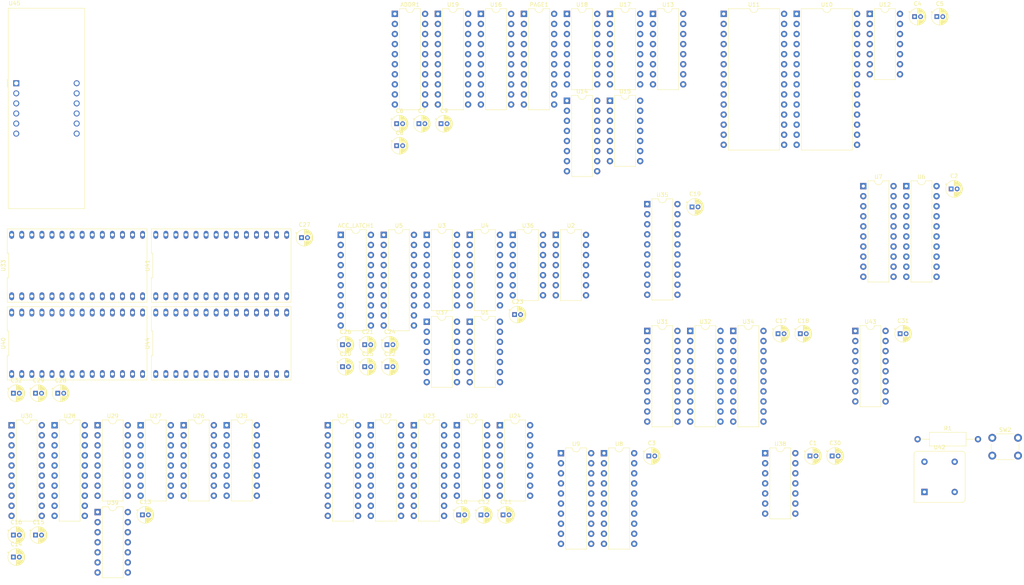
<source format=kicad_pcb>
(kicad_pcb (version 20171130) (host pcbnew "(5.1.2-1)-1")
  (layers (0 F.Cu signal) (31 B.Cu signal) (34 B.Paste user) (35 F.Paste user) (36 B.SilkS user) (37 F.SilkS user) (38 B.Mask user) (39 F.Mask user) (44 Edge.Cuts user))
  (net 0 "")
  (net 1 +5V)
  (net 2 GND)
  (net 3 /Adder/LATCH7)
  (net 4 /Adder/LATCH3)
  (net 5 /Adder/ACC7)
  (net 6 /Adder/ACC3)
  (net 7 /Adder/ACC6)
  (net 8 /Adder/ACC2)
  (net 9 /Adder/LATCH6)
  (net 10 /Adder/LATCH2)
  (net 11 /Adder/LATCH5)
  (net 12 /Adder/LATCH1)
  (net 13 /Adder/ACC5)
  (net 14 /Adder/ACC1)
  (net 15 /Adder/ACC4)
  (net 16 /Adder/ACC0)
  (net 17 /Adder/LATCH4)
  (net 18 /Adder/LATCH0)
  (net 19 ~CLK)
  (net 20 /C12)
  (net 21 "Net-(ADDR1-Pad19)")
  (net 22 "Net-(ADDR1-Pad9)")
  (net 23 "Net-(ADDR1-Pad18)")
  (net 24 "Net-(ADDR1-Pad8)")
  (net 25 "Net-(ADDR1-Pad17)")
  (net 26 "Net-(ADDR1-Pad7)")
  (net 27 "Net-(ADDR1-Pad16)")
  (net 28 "Net-(ADDR1-Pad6)")
  (net 29 "Net-(ADDR1-Pad15)")
  (net 30 "Net-(ADDR1-Pad5)")
  (net 31 "Net-(ADDR1-Pad14)")
  (net 32 "Net-(ADDR1-Pad4)")
  (net 33 "Net-(ADDR1-Pad13)")
  (net 34 "Net-(ADDR1-Pad3)")
  (net 35 "Net-(ADDR1-Pad12)")
  (net 36 "Net-(ADDR1-Pad2)")
  (net 37 /MAR/~REG_ENB)
  (net 38 "Net-(PAGE1-Pad19)")
  (net 39 "Net-(PAGE1-Pad9)")
  (net 40 "Net-(PAGE1-Pad18)")
  (net 41 "Net-(PAGE1-Pad8)")
  (net 42 "Net-(PAGE1-Pad17)")
  (net 43 "Net-(PAGE1-Pad7)")
  (net 44 "Net-(PAGE1-Pad16)")
  (net 45 "Net-(PAGE1-Pad6)")
  (net 46 "Net-(PAGE1-Pad15)")
  (net 47 "Net-(PAGE1-Pad5)")
  (net 48 "Net-(PAGE1-Pad14)")
  (net 49 "Net-(PAGE1-Pad4)")
  (net 50 "Net-(PAGE1-Pad13)")
  (net 51 "Net-(PAGE1-Pad3)")
  (net 52 "Net-(PAGE1-Pad12)")
  (net 53 "Net-(PAGE1-Pad2)")
  (net 54 "Net-(R1-Pad1)")
  (net 55 /C10)
  (net 56 /D3)
  (net 57 /D1)
  (net 58 "Net-(U1-Pad11)")
  (net 59 "Net-(U1-Pad4)")
  (net 60 "Net-(U1-Pad10)")
  (net 61 "Net-(U1-Pad3)")
  (net 62 /D2)
  (net 63 /D0)
  (net 64 /D7)
  (net 65 /D5)
  (net 66 "Net-(U2-Pad11)")
  (net 67 "Net-(U2-Pad4)")
  (net 68 "Net-(U2-Pad10)")
  (net 69 "Net-(U2-Pad3)")
  (net 70 /D6)
  (net 71 /D4)
  (net 72 "Net-(U3-Pad13)")
  (net 73 "Net-(U3-Pad4)")
  (net 74 "Net-(U3-Pad10)")
  (net 75 "Net-(U3-Pad9)")
  (net 76 "Net-(U3-Pad1)")
  (net 77 "Net-(U36-Pad5)")
  (net 78 "Net-(U36-Pad2)")
  (net 79 "Net-(U36-Pad6)")
  (net 80 /Adder/C)
  (net 81 "Net-(U36-Pad3)")
  (net 82 /C11)
  (net 83 "Net-(U6-Pad19)")
  (net 84 "Net-(U6-Pad9)")
  (net 85 "Net-(U6-Pad16)")
  (net 86 "Net-(U6-Pad6)")
  (net 87 "Net-(U6-Pad15)")
  (net 88 "Net-(U6-Pad5)")
  (net 89 "Net-(U6-Pad12)")
  (net 90 "Net-(U6-Pad2)")
  (net 91 /C1)
  (net 92 /C0)
  (net 93 "Net-(U8-Pad19)")
  (net 94 "Net-(U8-Pad9)")
  (net 95 "Net-(U8-Pad16)")
  (net 96 "Net-(U8-Pad6)")
  (net 97 "Net-(U8-Pad15)")
  (net 98 "Net-(U8-Pad5)")
  (net 99 "Net-(U8-Pad12)")
  (net 100 "Net-(U8-Pad2)")
  (net 101 /C3)
  (net 102 /C2)
  (net 103 /C5)
  (net 104 /A13)
  (net 105 /A8)
  (net 106 /A9)
  (net 107 /A0)
  (net 108 /A11)
  (net 109 /A1)
  (net 110 /C4)
  (net 111 /A2)
  (net 112 /A10)
  (net 113 /A3)
  (net 114 /A15)
  (net 115 /A4)
  (net 116 /A5)
  (net 117 /A6)
  (net 118 /A7)
  (net 119 /A12)
  (net 120 /A14)
  (net 121 "Net-(U11-Pad20)")
  (net 122 /C6)
  (net 123 /C19)
  (net 124 /ACC/~REG_EN)
  (net 125 "Net-(U15-Pad12)")
  (net 126 /C15)
  (net 127 "Net-(SW1-Pad1)")
  (net 128 "Net-(U15-Pad10)")
  (net 129 "Net-(U15-Pad9)")
  (net 130 /C9)
  (net 131 /Adder/Z)
  (net 132 /C8)
  (net 133 /C7)
  (net 134 "Net-(U20-Pad7)")
  (net 135 "Net-(U20-Pad12)")
  (net 136 "Net-(U20-Pad4)")
  (net 137 "Net-(U20-Pad9)")
  (net 138 "Net-(U21-Pad19)")
  (net 139 "Net-(U21-Pad9)")
  (net 140 "Net-(U21-Pad18)")
  (net 141 "Net-(U21-Pad17)")
  (net 142 "Net-(U21-Pad16)")
  (net 143 "Net-(U21-Pad6)")
  (net 144 "Net-(U21-Pad15)")
  (net 145 "Net-(U21-Pad5)")
  (net 146 "Net-(U21-Pad14)")
  (net 147 "Net-(U21-Pad13)")
  (net 148 "Net-(U21-Pad12)")
  (net 149 "Net-(U21-Pad2)")
  (net 150 /C14)
  (net 151 "Net-(U25-Pad15)")
  (net 152 /C17)
  (net 153 "Net-(U25-Pad14)")
  (net 154 "Net-(U25-Pad13)")
  (net 155 "Net-(U25-Pad12)")
  (net 156 "Net-(U25-Pad11)")
  (net 157 "Net-(U25-Pad2)")
  (net 158 /C16)
  (net 159 "Net-(U26-Pad15)")
  (net 160 "Net-(U26-Pad14)")
  (net 161 "Net-(U26-Pad13)")
  (net 162 "Net-(U26-Pad12)")
  (net 163 "Net-(U26-Pad11)")
  (net 164 "Net-(U27-Pad15)")
  (net 165 "Net-(U27-Pad14)")
  (net 166 "Net-(U27-Pad13)")
  (net 167 "Net-(U27-Pad12)")
  (net 168 "Net-(U27-Pad11)")
  (net 169 /C18)
  (net 170 "Net-(U29-Pad15)")
  (net 171 "Net-(U29-Pad14)")
  (net 172 "Net-(U29-Pad13)")
  (net 173 "Net-(U29-Pad12)")
  (net 174 "Net-(U29-Pad11)")
  (net 175 /CIR/OP7)
  (net 176 /CIR/OP3)
  (net 177 /CIR/OP6)
  (net 178 /CIR/OP2)
  (net 179 /CIR/OP5)
  (net 180 /CIR/OP1)
  (net 181 /CIR/OP4)
  (net 182 /CIR/OP0)
  (net 183 /C20)
  (net 184 "Net-(U32-Pad19)")
  (net 185 "Net-(U32-Pad9)")
  (net 186 "Net-(U32-Pad16)")
  (net 187 "Net-(U32-Pad6)")
  (net 188 "Net-(U32-Pad15)")
  (net 189 "Net-(U32-Pad5)")
  (net 190 "Net-(U32-Pad12)")
  (net 191 "Net-(U32-Pad2)")
  (net 192 /C22)
  (net 193 /ST0)
  (net 194 /ST1)
  (net 195 /ST2)
  (net 196 /C)
  (net 197 /Z)
  (net 198 /C21)
  (net 199 "Net-(U35-Pad19)")
  (net 200 "Net-(U35-Pad9)")
  (net 201 "Net-(U35-Pad18)")
  (net 202 "Net-(U35-Pad8)")
  (net 203 "Net-(U35-Pad17)")
  (net 204 "Net-(U35-Pad7)")
  (net 205 "Net-(U35-Pad16)")
  (net 206 "Net-(U35-Pad6)")
  (net 207 "Net-(U35-Pad15)")
  (net 208 "Net-(U35-Pad14)")
  (net 209 "Net-(U35-Pad13)")
  (net 210 "Net-(U35-Pad12)")
  (net 211 /C13)
  (net 212 "Net-(U36-Pad13)")
  (net 213 "Net-(U36-Pad4)")
  (net 214 "Net-(U36-Pad10)")
  (net 215 "Net-(U36-Pad1)")
  (net 216 "Net-(U38-Pad6)")
  (net 217 "Net-(U38-Pad5)")
  (net 218 CLK)
  (net 219 /C23)
  (net 220 "Net-(U43-Pad15)")
  (net 221 "Net-(U43-Pad6)")
  (net 222 "Net-(U43-Pad5)")
  (net 223 "Net-(U43-Pad4)")
  (net 224 "Net-(U43-Pad3)")
  (net 225 /C27)
  (net 226 /C26)
  (net 227 /C28)
  (net 228 /C25)
  (net 229 /C29)
  (net 230 /C24)
  (net 231 /C30)
  (net 232 /C31)
  (net 233 "Net-(Q4-Pad1)")
  (net 234 "Net-(U45-Pad11)")
  (net 235 "Net-(U45-Pad10)")
  (net 236 "Net-(Q3-Pad1)")
  (net 237 "Net-(Q2-Pad1)")
  (net 238 "Net-(U45-Pad7)")
  (net 239 "Net-(Q1-Pad1)")
  (net 240 "Net-(U45-Pad5)")
  (net 241 "Net-(U45-Pad4)")
  (net 242 "Net-(U45-Pad3)")
  (net 243 "Net-(U45-Pad2)")
  (net 244 "Net-(U45-Pad1)")
  (module Display_7Segment:CA56-12CGKWA (layer F.Cu) (at 23.575 49.39)
    (fp_text reference U45 (at -0.44 -20.15) (layer F.SilkS))
    (fp_text value CC56-12CGKWA)
    (pad 12 thru_hole circle (at 15.24 0) (size 1.5 1.5) (drill 1) (layers *.Cu *.Mask) (net 233 "Net-(Q4-Pad1)"))
    (pad 11 thru_hole circle (at 15.24 2.54) (size 1.5 1.5) (drill 1) (layers *.Cu *.Mask) (net 234 "Net-(U45-Pad11)"))
    (pad 10 thru_hole circle (at 15.24 5.08) (size 1.5 1.5) (drill 1) (layers *.Cu *.Mask) (net 235 "Net-(U45-Pad10)"))
    (pad 9 thru_hole circle (at 15.24 7.62) (size 1.5 1.5) (drill 1) (layers *.Cu *.Mask) (net 236 "Net-(Q3-Pad1)"))
    (pad 8 thru_hole circle (at 15.24 10.16) (size 1.5 1.5) (drill 1) (layers *.Cu *.Mask) (net 237 "Net-(Q2-Pad1)"))
    (pad 7 thru_hole circle (at 15.24 12.7) (size 1.5 1.5) (drill 1) (layers *.Cu *.Mask) (net 238 "Net-(U45-Pad7)"))
    (pad 6 thru_hole circle (at 0 12.7) (size 1.5 1.5) (drill 1) (layers *.Cu *.Mask) (net 239 "Net-(Q1-Pad1)"))
    (pad 5 thru_hole circle (at 0 10.16) (size 1.5 1.5) (drill 1) (layers *.Cu *.Mask) (net 240 "Net-(U45-Pad5)"))
    (pad 4 thru_hole circle (at 0 7.62) (size 1.5 1.5) (drill 1) (layers *.Cu *.Mask) (net 241 "Net-(U45-Pad4)"))
    (pad 3 thru_hole circle (at 0 5.08) (size 1.5 1.5) (drill 1) (layers *.Cu *.Mask) (net 242 "Net-(U45-Pad3)"))
    (pad 2 thru_hole circle (at 0 2.54) (size 1.5 1.5) (drill 1) (layers *.Cu *.Mask) (net 243 "Net-(U45-Pad2)"))
    (pad 1 thru_hole rect (at 0 0) (size 1.5 1.5) (drill 1) (layers *.Cu *.Mask) (net 244 "Net-(U45-Pad1)"))
  )
  (module Package_DIP:AT28C64B (layer F.Cu) (at 75.275 114.985)
    (fp_text reference U44 (at -18.61 0 90) (layer F.SilkS))
    (fp_text value AT28C64B)
    (pad 14 thru_hole oval (at 16.51 7.75) (size 1.2 2) (drill 0.8) (layers *.Cu *.Mask) (net 2 GND))
    (pad 15 thru_hole oval (at 16.51 -7.75) (size 1.2 2) (drill 0.8) (layers *.Cu *.Mask) (net 225 /C27))
    (pad 13 thru_hole oval (at 13.97 7.75) (size 1.2 2) (drill 0.8) (layers *.Cu *.Mask) (net 226 /C26))
    (pad 16 thru_hole oval (at 13.97 -7.75) (size 1.2 2) (drill 0.8) (layers *.Cu *.Mask) (net 227 /C28))
    (pad 12 thru_hole oval (at 11.43 7.75) (size 1.2 2) (drill 0.8) (layers *.Cu *.Mask) (net 228 /C25))
    (pad 17 thru_hole oval (at 11.43 -7.75) (size 1.2 2) (drill 0.8) (layers *.Cu *.Mask) (net 229 /C29))
    (pad 11 thru_hole oval (at 8.89 7.75) (size 1.2 2) (drill 0.8) (layers *.Cu *.Mask) (net 230 /C24))
    (pad 18 thru_hole oval (at 8.89 -7.75) (size 1.2 2) (drill 0.8) (layers *.Cu *.Mask) (net 231 /C30))
    (pad 10 thru_hole oval (at 6.35 7.75) (size 1.2 2) (drill 0.8) (layers *.Cu *.Mask) (net 193 /ST0))
    (pad 19 thru_hole oval (at 6.35 -7.75) (size 1.2 2) (drill 0.8) (layers *.Cu *.Mask) (net 232 /C31))
    (pad 9 thru_hole oval (at 3.81 7.75) (size 1.2 2) (drill 0.8) (layers *.Cu *.Mask) (net 194 /ST1))
    (pad 20 thru_hole oval (at 3.81 -7.75) (size 1.2 2) (drill 0.8) (layers *.Cu *.Mask) (net 2 GND))
    (pad 8 thru_hole oval (at 1.27 7.75) (size 1.2 2) (drill 0.8) (layers *.Cu *.Mask) (net 195 /ST2))
    (pad 21 thru_hole oval (at 1.27 -7.75) (size 1.2 2) (drill 0.8) (layers *.Cu *.Mask) (net 179 /CIR/OP5))
    (pad 7 thru_hole oval (at -1.27 7.75) (size 1.2 2) (drill 0.8) (layers *.Cu *.Mask) (net 196 /C))
    (pad 22 thru_hole oval (at -1.27 -7.75) (size 1.2 2) (drill 0.8) (layers *.Cu *.Mask) (net 2 GND))
    (pad 6 thru_hole oval (at -3.81 7.75) (size 1.2 2) (drill 0.8) (layers *.Cu *.Mask) (net 197 /Z))
    (pad 23 thru_hole oval (at -3.81 -7.75) (size 1.2 2) (drill 0.8) (layers *.Cu *.Mask) (net 177 /CIR/OP6))
    (pad 5 thru_hole oval (at -6.35 7.75) (size 1.2 2) (drill 0.8) (layers *.Cu *.Mask) (net 182 /CIR/OP0))
    (pad 24 thru_hole oval (at -6.35 -7.75) (size 1.2 2) (drill 0.8) (layers *.Cu *.Mask) (net 181 /CIR/OP4))
    (pad 4 thru_hole oval (at -8.89 7.75) (size 1.2 2) (drill 0.8) (layers *.Cu *.Mask) (net 180 /CIR/OP1))
    (pad 25 thru_hole oval (at -8.89 -7.75) (size 1.2 2) (drill 0.8) (layers *.Cu *.Mask) (net 176 /CIR/OP3))
    (pad 3 thru_hole oval (at -11.43 7.75) (size 1.2 2) (drill 0.8) (layers *.Cu *.Mask) (net 178 /CIR/OP2))
    (pad 26 thru_hole oval (at -11.43 -7.75) (size 1.2 2) (drill 0.8) (layers *.Cu *.Mask))
    (pad 2 thru_hole oval (at -13.97 7.75) (size 1.2 2) (drill 0.8) (layers *.Cu *.Mask) (net 175 /CIR/OP7))
    (pad 27 thru_hole oval (at -13.97 -7.75) (size 1.2 2) (drill 0.8) (layers *.Cu *.Mask) (net 1 +5V))
    (pad 1 thru_hole oval (at -16.51 7.75) (size 1.2 2) (drill 0.8) (layers *.Cu *.Mask))
    (pad 28 thru_hole oval (at -16.51 -7.75) (size 1.2 2) (drill 0.8) (layers *.Cu *.Mask) (net 1 +5V))
  )
  (module Package_DIP:DIP-16_W7.62mm (layer F.Cu) (at 235.21 111.86)
    (fp_text reference U43 (at 3.81 -2.33) (layer F.SilkS))
    (fp_text value 74LS161)
    (pad 16 thru_hole oval (at 7.62 0) (size 1.6 1.6) (drill 0.8) (layers *.Cu *.Mask) (net 1 +5V))
    (pad 8 thru_hole oval (at 0 17.78) (size 1.6 1.6) (drill 0.8) (layers *.Cu *.Mask) (net 2 GND))
    (pad 15 thru_hole oval (at 7.62 2.54) (size 1.6 1.6) (drill 0.8) (layers *.Cu *.Mask) (net 220 "Net-(U43-Pad15)"))
    (pad 7 thru_hole oval (at 0 15.24) (size 1.6 1.6) (drill 0.8) (layers *.Cu *.Mask) (net 1 +5V))
    (pad 14 thru_hole oval (at 7.62 5.08) (size 1.6 1.6) (drill 0.8) (layers *.Cu *.Mask) (net 193 /ST0))
    (pad 6 thru_hole oval (at 0 12.7) (size 1.6 1.6) (drill 0.8) (layers *.Cu *.Mask) (net 221 "Net-(U43-Pad6)"))
    (pad 13 thru_hole oval (at 7.62 7.62) (size 1.6 1.6) (drill 0.8) (layers *.Cu *.Mask) (net 194 /ST1))
    (pad 5 thru_hole oval (at 0 10.16) (size 1.6 1.6) (drill 0.8) (layers *.Cu *.Mask) (net 222 "Net-(U43-Pad5)"))
    (pad 12 thru_hole oval (at 7.62 10.16) (size 1.6 1.6) (drill 0.8) (layers *.Cu *.Mask) (net 195 /ST2))
    (pad 4 thru_hole oval (at 0 7.62) (size 1.6 1.6) (drill 0.8) (layers *.Cu *.Mask) (net 223 "Net-(U43-Pad4)"))
    (pad 11 thru_hole oval (at 7.62 12.7) (size 1.6 1.6) (drill 0.8) (layers *.Cu *.Mask) (net 217 "Net-(U38-Pad5)"))
    (pad 3 thru_hole oval (at 0 5.08) (size 1.6 1.6) (drill 0.8) (layers *.Cu *.Mask) (net 224 "Net-(U43-Pad3)"))
    (pad 10 thru_hole oval (at 7.62 15.24) (size 1.6 1.6) (drill 0.8) (layers *.Cu *.Mask) (net 1 +5V))
    (pad 2 thru_hole oval (at 0 2.54) (size 1.6 1.6) (drill 0.8) (layers *.Cu *.Mask) (net 218 CLK))
    (pad 9 thru_hole oval (at 7.62 17.78) (size 1.6 1.6) (drill 0.8) (layers *.Cu *.Mask) (net 1 +5V))
    (pad 1 thru_hole rect (at 0 0) (size 1.6 1.6) (drill 0.8) (layers *.Cu *.Mask) (net 216 "Net-(U38-Pad6)"))
  )
  (module Oscillator:Oscillator_DIP-8 (layer F.Cu) (at 252.64 152.47)
    (fp_text reference U42 (at 3.81 -11.26) (layer F.SilkS))
    (fp_text value QX8T50B1.843200B50TT)
    (pad 4 thru_hole circle (at 7.62 0) (size 1.6 1.6) (drill 0.8) (layers *.Cu *.Mask) (net 2 GND))
    (pad 5 thru_hole circle (at 7.62 -7.62) (size 1.6 1.6) (drill 0.8) (layers *.Cu *.Mask) (net 125 "Net-(U15-Pad12)"))
    (pad 8 thru_hole circle (at 0 -7.62) (size 1.6 1.6) (drill 0.8) (layers *.Cu *.Mask) (net 1 +5V))
    (pad 1 thru_hole rect (at 0 0) (size 1.6 1.6) (drill 0.8) (layers *.Cu *.Mask) (net 1 +5V))
  )
  (module Package_DIP:AT28C64B (layer F.Cu) (at 75.275 95.365)
    (fp_text reference U41 (at -18.61 0 90) (layer F.SilkS))
    (fp_text value AT28C64B)
    (pad 14 thru_hole oval (at 16.51 7.75) (size 1.2 2) (drill 0.8) (layers *.Cu *.Mask) (net 2 GND))
    (pad 15 thru_hole oval (at 16.51 -7.75) (size 1.2 2) (drill 0.8) (layers *.Cu *.Mask) (net 123 /C19))
    (pad 13 thru_hole oval (at 13.97 7.75) (size 1.2 2) (drill 0.8) (layers *.Cu *.Mask) (net 169 /C18))
    (pad 16 thru_hole oval (at 13.97 -7.75) (size 1.2 2) (drill 0.8) (layers *.Cu *.Mask) (net 183 /C20))
    (pad 12 thru_hole oval (at 11.43 7.75) (size 1.2 2) (drill 0.8) (layers *.Cu *.Mask) (net 152 /C17))
    (pad 17 thru_hole oval (at 11.43 -7.75) (size 1.2 2) (drill 0.8) (layers *.Cu *.Mask) (net 198 /C21))
    (pad 11 thru_hole oval (at 8.89 7.75) (size 1.2 2) (drill 0.8) (layers *.Cu *.Mask) (net 158 /C16))
    (pad 18 thru_hole oval (at 8.89 -7.75) (size 1.2 2) (drill 0.8) (layers *.Cu *.Mask) (net 192 /C22))
    (pad 10 thru_hole oval (at 6.35 7.75) (size 1.2 2) (drill 0.8) (layers *.Cu *.Mask) (net 193 /ST0))
    (pad 19 thru_hole oval (at 6.35 -7.75) (size 1.2 2) (drill 0.8) (layers *.Cu *.Mask) (net 219 /C23))
    (pad 9 thru_hole oval (at 3.81 7.75) (size 1.2 2) (drill 0.8) (layers *.Cu *.Mask) (net 194 /ST1))
    (pad 20 thru_hole oval (at 3.81 -7.75) (size 1.2 2) (drill 0.8) (layers *.Cu *.Mask) (net 2 GND))
    (pad 8 thru_hole oval (at 1.27 7.75) (size 1.2 2) (drill 0.8) (layers *.Cu *.Mask) (net 195 /ST2))
    (pad 21 thru_hole oval (at 1.27 -7.75) (size 1.2 2) (drill 0.8) (layers *.Cu *.Mask) (net 179 /CIR/OP5))
    (pad 7 thru_hole oval (at -1.27 7.75) (size 1.2 2) (drill 0.8) (layers *.Cu *.Mask) (net 196 /C))
    (pad 22 thru_hole oval (at -1.27 -7.75) (size 1.2 2) (drill 0.8) (layers *.Cu *.Mask) (net 2 GND))
    (pad 6 thru_hole oval (at -3.81 7.75) (size 1.2 2) (drill 0.8) (layers *.Cu *.Mask) (net 197 /Z))
    (pad 23 thru_hole oval (at -3.81 -7.75) (size 1.2 2) (drill 0.8) (layers *.Cu *.Mask) (net 177 /CIR/OP6))
    (pad 5 thru_hole oval (at -6.35 7.75) (size 1.2 2) (drill 0.8) (layers *.Cu *.Mask) (net 182 /CIR/OP0))
    (pad 24 thru_hole oval (at -6.35 -7.75) (size 1.2 2) (drill 0.8) (layers *.Cu *.Mask) (net 181 /CIR/OP4))
    (pad 4 thru_hole oval (at -8.89 7.75) (size 1.2 2) (drill 0.8) (layers *.Cu *.Mask) (net 180 /CIR/OP1))
    (pad 25 thru_hole oval (at -8.89 -7.75) (size 1.2 2) (drill 0.8) (layers *.Cu *.Mask) (net 176 /CIR/OP3))
    (pad 3 thru_hole oval (at -11.43 7.75) (size 1.2 2) (drill 0.8) (layers *.Cu *.Mask) (net 178 /CIR/OP2))
    (pad 26 thru_hole oval (at -11.43 -7.75) (size 1.2 2) (drill 0.8) (layers *.Cu *.Mask))
    (pad 2 thru_hole oval (at -13.97 7.75) (size 1.2 2) (drill 0.8) (layers *.Cu *.Mask) (net 175 /CIR/OP7))
    (pad 27 thru_hole oval (at -13.97 -7.75) (size 1.2 2) (drill 0.8) (layers *.Cu *.Mask) (net 1 +5V))
    (pad 1 thru_hole oval (at -16.51 7.75) (size 1.2 2) (drill 0.8) (layers *.Cu *.Mask))
    (pad 28 thru_hole oval (at -16.51 -7.75) (size 1.2 2) (drill 0.8) (layers *.Cu *.Mask) (net 1 +5V))
  )
  (module Package_DIP:AT28C64B (layer F.Cu) (at 38.935 114.985)
    (fp_text reference U40 (at -18.61 0 90) (layer F.SilkS))
    (fp_text value AT28C64B)
    (pad 14 thru_hole oval (at 16.51 7.75) (size 1.2 2) (drill 0.8) (layers *.Cu *.Mask) (net 2 GND))
    (pad 15 thru_hole oval (at 16.51 -7.75) (size 1.2 2) (drill 0.8) (layers *.Cu *.Mask) (net 82 /C11))
    (pad 13 thru_hole oval (at 13.97 7.75) (size 1.2 2) (drill 0.8) (layers *.Cu *.Mask) (net 55 /C10))
    (pad 16 thru_hole oval (at 13.97 -7.75) (size 1.2 2) (drill 0.8) (layers *.Cu *.Mask) (net 20 /C12))
    (pad 12 thru_hole oval (at 11.43 7.75) (size 1.2 2) (drill 0.8) (layers *.Cu *.Mask) (net 130 /C9))
    (pad 17 thru_hole oval (at 11.43 -7.75) (size 1.2 2) (drill 0.8) (layers *.Cu *.Mask) (net 211 /C13))
    (pad 11 thru_hole oval (at 8.89 7.75) (size 1.2 2) (drill 0.8) (layers *.Cu *.Mask) (net 132 /C8))
    (pad 18 thru_hole oval (at 8.89 -7.75) (size 1.2 2) (drill 0.8) (layers *.Cu *.Mask) (net 150 /C14))
    (pad 10 thru_hole oval (at 6.35 7.75) (size 1.2 2) (drill 0.8) (layers *.Cu *.Mask) (net 193 /ST0))
    (pad 19 thru_hole oval (at 6.35 -7.75) (size 1.2 2) (drill 0.8) (layers *.Cu *.Mask) (net 126 /C15))
    (pad 9 thru_hole oval (at 3.81 7.75) (size 1.2 2) (drill 0.8) (layers *.Cu *.Mask) (net 194 /ST1))
    (pad 20 thru_hole oval (at 3.81 -7.75) (size 1.2 2) (drill 0.8) (layers *.Cu *.Mask) (net 2 GND))
    (pad 8 thru_hole oval (at 1.27 7.75) (size 1.2 2) (drill 0.8) (layers *.Cu *.Mask) (net 195 /ST2))
    (pad 21 thru_hole oval (at 1.27 -7.75) (size 1.2 2) (drill 0.8) (layers *.Cu *.Mask) (net 179 /CIR/OP5))
    (pad 7 thru_hole oval (at -1.27 7.75) (size 1.2 2) (drill 0.8) (layers *.Cu *.Mask) (net 196 /C))
    (pad 22 thru_hole oval (at -1.27 -7.75) (size 1.2 2) (drill 0.8) (layers *.Cu *.Mask) (net 2 GND))
    (pad 6 thru_hole oval (at -3.81 7.75) (size 1.2 2) (drill 0.8) (layers *.Cu *.Mask) (net 197 /Z))
    (pad 23 thru_hole oval (at -3.81 -7.75) (size 1.2 2) (drill 0.8) (layers *.Cu *.Mask) (net 177 /CIR/OP6))
    (pad 5 thru_hole oval (at -6.35 7.75) (size 1.2 2) (drill 0.8) (layers *.Cu *.Mask) (net 182 /CIR/OP0))
    (pad 24 thru_hole oval (at -6.35 -7.75) (size 1.2 2) (drill 0.8) (layers *.Cu *.Mask) (net 181 /CIR/OP4))
    (pad 4 thru_hole oval (at -8.89 7.75) (size 1.2 2) (drill 0.8) (layers *.Cu *.Mask) (net 180 /CIR/OP1))
    (pad 25 thru_hole oval (at -8.89 -7.75) (size 1.2 2) (drill 0.8) (layers *.Cu *.Mask) (net 176 /CIR/OP3))
    (pad 3 thru_hole oval (at -11.43 7.75) (size 1.2 2) (drill 0.8) (layers *.Cu *.Mask) (net 178 /CIR/OP2))
    (pad 26 thru_hole oval (at -11.43 -7.75) (size 1.2 2) (drill 0.8) (layers *.Cu *.Mask))
    (pad 2 thru_hole oval (at -13.97 7.75) (size 1.2 2) (drill 0.8) (layers *.Cu *.Mask) (net 175 /CIR/OP7))
    (pad 27 thru_hole oval (at -13.97 -7.75) (size 1.2 2) (drill 0.8) (layers *.Cu *.Mask) (net 1 +5V))
    (pad 1 thru_hole oval (at -16.51 7.75) (size 1.2 2) (drill 0.8) (layers *.Cu *.Mask))
    (pad 28 thru_hole oval (at -16.51 -7.75) (size 1.2 2) (drill 0.8) (layers *.Cu *.Mask) (net 1 +5V))
  )
  (module Package_DIP:DIP-14_W7.62mm (layer F.Cu) (at 44.09 157.54)
    (fp_text reference U39 (at 3.81 -2.33) (layer F.SilkS))
    (fp_text value 74LS386)
    (pad 14 thru_hole oval (at 7.62 0) (size 1.6 1.6) (drill 0.8) (layers *.Cu *.Mask))
    (pad 7 thru_hole oval (at 0 15.24) (size 1.6 1.6) (drill 0.8) (layers *.Cu *.Mask))
    (pad 13 thru_hole oval (at 7.62 2.54) (size 1.6 1.6) (drill 0.8) (layers *.Cu *.Mask))
    (pad 6 thru_hole oval (at 0 12.7) (size 1.6 1.6) (drill 0.8) (layers *.Cu *.Mask))
    (pad 12 thru_hole oval (at 7.62 5.08) (size 1.6 1.6) (drill 0.8) (layers *.Cu *.Mask))
    (pad 5 thru_hole oval (at 0 10.16) (size 1.6 1.6) (drill 0.8) (layers *.Cu *.Mask))
    (pad 11 thru_hole oval (at 7.62 7.62) (size 1.6 1.6) (drill 0.8) (layers *.Cu *.Mask))
    (pad 4 thru_hole oval (at 0 7.62) (size 1.6 1.6) (drill 0.8) (layers *.Cu *.Mask))
    (pad 10 thru_hole oval (at 7.62 10.16) (size 1.6 1.6) (drill 0.8) (layers *.Cu *.Mask))
    (pad 3 thru_hole oval (at 0 5.08) (size 1.6 1.6) (drill 0.8) (layers *.Cu *.Mask) (net 157 "Net-(U25-Pad2)"))
    (pad 9 thru_hole oval (at 7.62 12.7) (size 1.6 1.6) (drill 0.8) (layers *.Cu *.Mask))
    (pad 2 thru_hole oval (at 0 2.54) (size 1.6 1.6) (drill 0.8) (layers *.Cu *.Mask) (net 19 ~CLK))
    (pad 8 thru_hole oval (at 7.62 15.24) (size 1.6 1.6) (drill 0.8) (layers *.Cu *.Mask))
    (pad 1 thru_hole rect (at 0 0) (size 1.6 1.6) (drill 0.8) (layers *.Cu *.Mask) (net 152 /C17))
  )
  (module Package_DIP:DIP-14_W7.62mm (layer F.Cu) (at 212.46 142.69)
    (fp_text reference U38 (at 3.81 -2.33) (layer F.SilkS))
    (fp_text value 74LS04)
    (pad 14 thru_hole oval (at 7.62 0) (size 1.6 1.6) (drill 0.8) (layers *.Cu *.Mask) (net 1 +5V))
    (pad 7 thru_hole oval (at 0 15.24) (size 1.6 1.6) (drill 0.8) (layers *.Cu *.Mask) (net 2 GND))
    (pad 13 thru_hole oval (at 7.62 2.54) (size 1.6 1.6) (drill 0.8) (layers *.Cu *.Mask))
    (pad 6 thru_hole oval (at 0 12.7) (size 1.6 1.6) (drill 0.8) (layers *.Cu *.Mask) (net 216 "Net-(U38-Pad6)"))
    (pad 12 thru_hole oval (at 7.62 5.08) (size 1.6 1.6) (drill 0.8) (layers *.Cu *.Mask))
    (pad 5 thru_hole oval (at 0 10.16) (size 1.6 1.6) (drill 0.8) (layers *.Cu *.Mask) (net 217 "Net-(U38-Pad5)"))
    (pad 11 thru_hole oval (at 7.62 7.62) (size 1.6 1.6) (drill 0.8) (layers *.Cu *.Mask))
    (pad 4 thru_hole oval (at 0 7.62) (size 1.6 1.6) (drill 0.8) (layers *.Cu *.Mask) (net 19 ~CLK))
    (pad 10 thru_hole oval (at 7.62 10.16) (size 1.6 1.6) (drill 0.8) (layers *.Cu *.Mask))
    (pad 3 thru_hole oval (at 0 5.08) (size 1.6 1.6) (drill 0.8) (layers *.Cu *.Mask) (net 218 CLK))
    (pad 9 thru_hole oval (at 7.62 12.7) (size 1.6 1.6) (drill 0.8) (layers *.Cu *.Mask))
    (pad 2 thru_hole oval (at 0 2.54) (size 1.6 1.6) (drill 0.8) (layers *.Cu *.Mask))
    (pad 8 thru_hole oval (at 7.62 15.24) (size 1.6 1.6) (drill 0.8) (layers *.Cu *.Mask))
    (pad 1 thru_hole rect (at 0 0) (size 1.6 1.6) (drill 0.8) (layers *.Cu *.Mask))
  )
  (module Package_DIP:DIP-14_W7.62mm (layer F.Cu) (at 127.11 109.53)
    (fp_text reference U37 (at 3.81 -2.33) (layer F.SilkS))
    (fp_text value 74LS08)
    (pad 14 thru_hole oval (at 7.62 0) (size 1.6 1.6) (drill 0.8) (layers *.Cu *.Mask))
    (pad 7 thru_hole oval (at 0 15.24) (size 1.6 1.6) (drill 0.8) (layers *.Cu *.Mask))
    (pad 13 thru_hole oval (at 7.62 2.54) (size 1.6 1.6) (drill 0.8) (layers *.Cu *.Mask))
    (pad 6 thru_hole oval (at 0 12.7) (size 1.6 1.6) (drill 0.8) (layers *.Cu *.Mask) (net 128 "Net-(U15-Pad10)"))
    (pad 12 thru_hole oval (at 7.62 5.08) (size 1.6 1.6) (drill 0.8) (layers *.Cu *.Mask))
    (pad 5 thru_hole oval (at 0 10.16) (size 1.6 1.6) (drill 0.8) (layers *.Cu *.Mask) (net 212 "Net-(U36-Pad13)"))
    (pad 11 thru_hole oval (at 7.62 7.62) (size 1.6 1.6) (drill 0.8) (layers *.Cu *.Mask))
    (pad 4 thru_hole oval (at 0 7.62) (size 1.6 1.6) (drill 0.8) (layers *.Cu *.Mask) (net 214 "Net-(U36-Pad10)"))
    (pad 10 thru_hole oval (at 7.62 10.16) (size 1.6 1.6) (drill 0.8) (layers *.Cu *.Mask))
    (pad 3 thru_hole oval (at 0 5.08) (size 1.6 1.6) (drill 0.8) (layers *.Cu *.Mask) (net 129 "Net-(U15-Pad9)"))
    (pad 9 thru_hole oval (at 7.62 12.7) (size 1.6 1.6) (drill 0.8) (layers *.Cu *.Mask))
    (pad 2 thru_hole oval (at 0 2.54) (size 1.6 1.6) (drill 0.8) (layers *.Cu *.Mask) (net 213 "Net-(U36-Pad4)"))
    (pad 8 thru_hole oval (at 7.62 15.24) (size 1.6 1.6) (drill 0.8) (layers *.Cu *.Mask))
    (pad 1 thru_hole rect (at 0 0) (size 1.6 1.6) (drill 0.8) (layers *.Cu *.Mask) (net 215 "Net-(U36-Pad1)"))
  )
  (module Package_DIP:DIP-14_W7.62mm (layer F.Cu) (at 148.81 87.63)
    (fp_text reference U36 (at 3.81 -2.33) (layer F.SilkS))
    (fp_text value 74LS02)
    (pad 14 thru_hole oval (at 7.62 0) (size 1.6 1.6) (drill 0.8) (layers *.Cu *.Mask))
    (pad 7 thru_hole oval (at 0 15.24) (size 1.6 1.6) (drill 0.8) (layers *.Cu *.Mask))
    (pad 13 thru_hole oval (at 7.62 2.54) (size 1.6 1.6) (drill 0.8) (layers *.Cu *.Mask) (net 212 "Net-(U36-Pad13)"))
    (pad 6 thru_hole oval (at 0 12.7) (size 1.6 1.6) (drill 0.8) (layers *.Cu *.Mask) (net 79 "Net-(U36-Pad6)"))
    (pad 12 thru_hole oval (at 7.62 5.08) (size 1.6 1.6) (drill 0.8) (layers *.Cu *.Mask) (net 74 "Net-(U3-Pad10)"))
    (pad 5 thru_hole oval (at 0 10.16) (size 1.6 1.6) (drill 0.8) (layers *.Cu *.Mask) (net 77 "Net-(U36-Pad5)"))
    (pad 11 thru_hole oval (at 7.62 7.62) (size 1.6 1.6) (drill 0.8) (layers *.Cu *.Mask) (net 72 "Net-(U3-Pad13)"))
    (pad 4 thru_hole oval (at 0 7.62) (size 1.6 1.6) (drill 0.8) (layers *.Cu *.Mask) (net 213 "Net-(U36-Pad4)"))
    (pad 10 thru_hole oval (at 7.62 10.16) (size 1.6 1.6) (drill 0.8) (layers *.Cu *.Mask) (net 214 "Net-(U36-Pad10)"))
    (pad 3 thru_hole oval (at 0 5.08) (size 1.6 1.6) (drill 0.8) (layers *.Cu *.Mask) (net 81 "Net-(U36-Pad3)"))
    (pad 9 thru_hole oval (at 7.62 12.7) (size 1.6 1.6) (drill 0.8) (layers *.Cu *.Mask) (net 76 "Net-(U3-Pad1)"))
    (pad 2 thru_hole oval (at 0 2.54) (size 1.6 1.6) (drill 0.8) (layers *.Cu *.Mask) (net 78 "Net-(U36-Pad2)"))
    (pad 8 thru_hole oval (at 7.62 15.24) (size 1.6 1.6) (drill 0.8) (layers *.Cu *.Mask) (net 73 "Net-(U3-Pad4)"))
    (pad 1 thru_hole rect (at 0 0) (size 1.6 1.6) (drill 0.8) (layers *.Cu *.Mask) (net 215 "Net-(U36-Pad1)"))
  )
  (module Package_DIP:DIP-20_W7.62mm (layer F.Cu) (at 182.72 79.87)
    (fp_text reference U35 (at 3.81 -2.33) (layer F.SilkS))
    (fp_text value 74LS377)
    (pad 20 thru_hole oval (at 7.62 0) (size 1.6 1.6) (drill 0.8) (layers *.Cu *.Mask) (net 1 +5V))
    (pad 10 thru_hole oval (at 0 22.86) (size 1.6 1.6) (drill 0.8) (layers *.Cu *.Mask) (net 2 GND))
    (pad 19 thru_hole oval (at 7.62 2.54) (size 1.6 1.6) (drill 0.8) (layers *.Cu *.Mask) (net 199 "Net-(U35-Pad19)"))
    (pad 9 thru_hole oval (at 0 20.32) (size 1.6 1.6) (drill 0.8) (layers *.Cu *.Mask) (net 200 "Net-(U35-Pad9)"))
    (pad 18 thru_hole oval (at 7.62 5.08) (size 1.6 1.6) (drill 0.8) (layers *.Cu *.Mask) (net 201 "Net-(U35-Pad18)"))
    (pad 8 thru_hole oval (at 0 17.78) (size 1.6 1.6) (drill 0.8) (layers *.Cu *.Mask) (net 202 "Net-(U35-Pad8)"))
    (pad 17 thru_hole oval (at 7.62 7.62) (size 1.6 1.6) (drill 0.8) (layers *.Cu *.Mask) (net 203 "Net-(U35-Pad17)"))
    (pad 7 thru_hole oval (at 0 15.24) (size 1.6 1.6) (drill 0.8) (layers *.Cu *.Mask) (net 204 "Net-(U35-Pad7)"))
    (pad 16 thru_hole oval (at 7.62 10.16) (size 1.6 1.6) (drill 0.8) (layers *.Cu *.Mask) (net 205 "Net-(U35-Pad16)"))
    (pad 6 thru_hole oval (at 0 12.7) (size 1.6 1.6) (drill 0.8) (layers *.Cu *.Mask) (net 206 "Net-(U35-Pad6)"))
    (pad 15 thru_hole oval (at 7.62 12.7) (size 1.6 1.6) (drill 0.8) (layers *.Cu *.Mask) (net 207 "Net-(U35-Pad15)"))
    (pad 5 thru_hole oval (at 0 10.16) (size 1.6 1.6) (drill 0.8) (layers *.Cu *.Mask) (net 196 /C))
    (pad 14 thru_hole oval (at 7.62 15.24) (size 1.6 1.6) (drill 0.8) (layers *.Cu *.Mask) (net 208 "Net-(U35-Pad14)"))
    (pad 4 thru_hole oval (at 0 7.62) (size 1.6 1.6) (drill 0.8) (layers *.Cu *.Mask) (net 80 /Adder/C))
    (pad 13 thru_hole oval (at 7.62 17.78) (size 1.6 1.6) (drill 0.8) (layers *.Cu *.Mask) (net 209 "Net-(U35-Pad13)"))
    (pad 3 thru_hole oval (at 0 5.08) (size 1.6 1.6) (drill 0.8) (layers *.Cu *.Mask) (net 131 /Adder/Z))
    (pad 12 thru_hole oval (at 7.62 20.32) (size 1.6 1.6) (drill 0.8) (layers *.Cu *.Mask) (net 210 "Net-(U35-Pad12)"))
    (pad 2 thru_hole oval (at 0 2.54) (size 1.6 1.6) (drill 0.8) (layers *.Cu *.Mask) (net 197 /Z))
    (pad 11 thru_hole oval (at 7.62 22.86) (size 1.6 1.6) (drill 0.8) (layers *.Cu *.Mask) (net 19 ~CLK))
    (pad 1 thru_hole rect (at 0 0) (size 1.6 1.6) (drill 0.8) (layers *.Cu *.Mask) (net 211 /C13))
  )
  (module Package_DIP:DIP-20_W7.62mm (layer F.Cu) (at 204.42 111.86)
    (fp_text reference U34 (at 3.81 -2.33) (layer F.SilkS))
    (fp_text value 74LS245)
    (pad 20 thru_hole oval (at 7.62 0) (size 1.6 1.6) (drill 0.8) (layers *.Cu *.Mask) (net 1 +5V))
    (pad 10 thru_hole oval (at 0 22.86) (size 1.6 1.6) (drill 0.8) (layers *.Cu *.Mask) (net 2 GND))
    (pad 19 thru_hole oval (at 7.62 2.54) (size 1.6 1.6) (drill 0.8) (layers *.Cu *.Mask) (net 198 /C21))
    (pad 9 thru_hole oval (at 0 20.32) (size 1.6 1.6) (drill 0.8) (layers *.Cu *.Mask) (net 184 "Net-(U32-Pad19)"))
    (pad 18 thru_hole oval (at 7.62 5.08) (size 1.6 1.6) (drill 0.8) (layers *.Cu *.Mask) (net 63 /D0))
    (pad 8 thru_hole oval (at 0 17.78) (size 1.6 1.6) (drill 0.8) (layers *.Cu *.Mask) (net 186 "Net-(U32-Pad16)"))
    (pad 17 thru_hole oval (at 7.62 7.62) (size 1.6 1.6) (drill 0.8) (layers *.Cu *.Mask) (net 57 /D1))
    (pad 7 thru_hole oval (at 0 15.24) (size 1.6 1.6) (drill 0.8) (layers *.Cu *.Mask) (net 188 "Net-(U32-Pad15)"))
    (pad 16 thru_hole oval (at 7.62 10.16) (size 1.6 1.6) (drill 0.8) (layers *.Cu *.Mask) (net 62 /D2))
    (pad 6 thru_hole oval (at 0 12.7) (size 1.6 1.6) (drill 0.8) (layers *.Cu *.Mask) (net 190 "Net-(U32-Pad12)"))
    (pad 15 thru_hole oval (at 7.62 12.7) (size 1.6 1.6) (drill 0.8) (layers *.Cu *.Mask) (net 56 /D3))
    (pad 5 thru_hole oval (at 0 10.16) (size 1.6 1.6) (drill 0.8) (layers *.Cu *.Mask) (net 185 "Net-(U32-Pad9)"))
    (pad 14 thru_hole oval (at 7.62 15.24) (size 1.6 1.6) (drill 0.8) (layers *.Cu *.Mask) (net 71 /D4))
    (pad 4 thru_hole oval (at 0 7.62) (size 1.6 1.6) (drill 0.8) (layers *.Cu *.Mask) (net 187 "Net-(U32-Pad6)"))
    (pad 13 thru_hole oval (at 7.62 17.78) (size 1.6 1.6) (drill 0.8) (layers *.Cu *.Mask) (net 65 /D5))
    (pad 3 thru_hole oval (at 0 5.08) (size 1.6 1.6) (drill 0.8) (layers *.Cu *.Mask) (net 189 "Net-(U32-Pad5)"))
    (pad 12 thru_hole oval (at 7.62 20.32) (size 1.6 1.6) (drill 0.8) (layers *.Cu *.Mask) (net 70 /D6))
    (pad 2 thru_hole oval (at 0 2.54) (size 1.6 1.6) (drill 0.8) (layers *.Cu *.Mask) (net 191 "Net-(U32-Pad2)"))
    (pad 11 thru_hole oval (at 7.62 22.86) (size 1.6 1.6) (drill 0.8) (layers *.Cu *.Mask) (net 64 /D7))
    (pad 1 thru_hole rect (at 0 0) (size 1.6 1.6) (drill 0.8) (layers *.Cu *.Mask) (net 1 +5V))
  )
  (module Package_DIP:AT28C64B (layer F.Cu) (at 38.935 95.365)
    (fp_text reference U33 (at -18.61 0 90) (layer F.SilkS))
    (fp_text value AT28C64B)
    (pad 14 thru_hole oval (at 16.51 7.75) (size 1.2 2) (drill 0.8) (layers *.Cu *.Mask) (net 2 GND))
    (pad 15 thru_hole oval (at 16.51 -7.75) (size 1.2 2) (drill 0.8) (layers *.Cu *.Mask) (net 101 /C3))
    (pad 13 thru_hole oval (at 13.97 7.75) (size 1.2 2) (drill 0.8) (layers *.Cu *.Mask) (net 102 /C2))
    (pad 16 thru_hole oval (at 13.97 -7.75) (size 1.2 2) (drill 0.8) (layers *.Cu *.Mask) (net 110 /C4))
    (pad 12 thru_hole oval (at 11.43 7.75) (size 1.2 2) (drill 0.8) (layers *.Cu *.Mask) (net 91 /C1))
    (pad 17 thru_hole oval (at 11.43 -7.75) (size 1.2 2) (drill 0.8) (layers *.Cu *.Mask) (net 103 /C5))
    (pad 11 thru_hole oval (at 8.89 7.75) (size 1.2 2) (drill 0.8) (layers *.Cu *.Mask) (net 92 /C0))
    (pad 18 thru_hole oval (at 8.89 -7.75) (size 1.2 2) (drill 0.8) (layers *.Cu *.Mask) (net 122 /C6))
    (pad 10 thru_hole oval (at 6.35 7.75) (size 1.2 2) (drill 0.8) (layers *.Cu *.Mask) (net 193 /ST0))
    (pad 19 thru_hole oval (at 6.35 -7.75) (size 1.2 2) (drill 0.8) (layers *.Cu *.Mask) (net 133 /C7))
    (pad 9 thru_hole oval (at 3.81 7.75) (size 1.2 2) (drill 0.8) (layers *.Cu *.Mask) (net 194 /ST1))
    (pad 20 thru_hole oval (at 3.81 -7.75) (size 1.2 2) (drill 0.8) (layers *.Cu *.Mask) (net 2 GND))
    (pad 8 thru_hole oval (at 1.27 7.75) (size 1.2 2) (drill 0.8) (layers *.Cu *.Mask) (net 195 /ST2))
    (pad 21 thru_hole oval (at 1.27 -7.75) (size 1.2 2) (drill 0.8) (layers *.Cu *.Mask) (net 179 /CIR/OP5))
    (pad 7 thru_hole oval (at -1.27 7.75) (size 1.2 2) (drill 0.8) (layers *.Cu *.Mask) (net 196 /C))
    (pad 22 thru_hole oval (at -1.27 -7.75) (size 1.2 2) (drill 0.8) (layers *.Cu *.Mask) (net 2 GND))
    (pad 6 thru_hole oval (at -3.81 7.75) (size 1.2 2) (drill 0.8) (layers *.Cu *.Mask) (net 197 /Z))
    (pad 23 thru_hole oval (at -3.81 -7.75) (size 1.2 2) (drill 0.8) (layers *.Cu *.Mask) (net 177 /CIR/OP6))
    (pad 5 thru_hole oval (at -6.35 7.75) (size 1.2 2) (drill 0.8) (layers *.Cu *.Mask) (net 182 /CIR/OP0))
    (pad 24 thru_hole oval (at -6.35 -7.75) (size 1.2 2) (drill 0.8) (layers *.Cu *.Mask) (net 181 /CIR/OP4))
    (pad 4 thru_hole oval (at -8.89 7.75) (size 1.2 2) (drill 0.8) (layers *.Cu *.Mask) (net 180 /CIR/OP1))
    (pad 25 thru_hole oval (at -8.89 -7.75) (size 1.2 2) (drill 0.8) (layers *.Cu *.Mask) (net 176 /CIR/OP3))
    (pad 3 thru_hole oval (at -11.43 7.75) (size 1.2 2) (drill 0.8) (layers *.Cu *.Mask) (net 178 /CIR/OP2))
    (pad 26 thru_hole oval (at -11.43 -7.75) (size 1.2 2) (drill 0.8) (layers *.Cu *.Mask))
    (pad 2 thru_hole oval (at -13.97 7.75) (size 1.2 2) (drill 0.8) (layers *.Cu *.Mask) (net 175 /CIR/OP7))
    (pad 27 thru_hole oval (at -13.97 -7.75) (size 1.2 2) (drill 0.8) (layers *.Cu *.Mask) (net 1 +5V))
    (pad 1 thru_hole oval (at -16.51 7.75) (size 1.2 2) (drill 0.8) (layers *.Cu *.Mask))
    (pad 28 thru_hole oval (at -16.51 -7.75) (size 1.2 2) (drill 0.8) (layers *.Cu *.Mask) (net 1 +5V))
  )
  (module Package_DIP:DIP-20_W7.62mm (layer F.Cu) (at 193.57 111.86)
    (fp_text reference U32 (at 3.81 -2.33) (layer F.SilkS))
    (fp_text value 74LS377)
    (pad 20 thru_hole oval (at 7.62 0) (size 1.6 1.6) (drill 0.8) (layers *.Cu *.Mask) (net 1 +5V))
    (pad 10 thru_hole oval (at 0 22.86) (size 1.6 1.6) (drill 0.8) (layers *.Cu *.Mask) (net 2 GND))
    (pad 19 thru_hole oval (at 7.62 2.54) (size 1.6 1.6) (drill 0.8) (layers *.Cu *.Mask) (net 184 "Net-(U32-Pad19)"))
    (pad 9 thru_hole oval (at 0 20.32) (size 1.6 1.6) (drill 0.8) (layers *.Cu *.Mask) (net 185 "Net-(U32-Pad9)"))
    (pad 18 thru_hole oval (at 7.62 5.08) (size 1.6 1.6) (drill 0.8) (layers *.Cu *.Mask) (net 64 /D7))
    (pad 8 thru_hole oval (at 0 17.78) (size 1.6 1.6) (drill 0.8) (layers *.Cu *.Mask) (net 56 /D3))
    (pad 17 thru_hole oval (at 7.62 7.62) (size 1.6 1.6) (drill 0.8) (layers *.Cu *.Mask) (net 70 /D6))
    (pad 7 thru_hole oval (at 0 15.24) (size 1.6 1.6) (drill 0.8) (layers *.Cu *.Mask) (net 62 /D2))
    (pad 16 thru_hole oval (at 7.62 10.16) (size 1.6 1.6) (drill 0.8) (layers *.Cu *.Mask) (net 186 "Net-(U32-Pad16)"))
    (pad 6 thru_hole oval (at 0 12.7) (size 1.6 1.6) (drill 0.8) (layers *.Cu *.Mask) (net 187 "Net-(U32-Pad6)"))
    (pad 15 thru_hole oval (at 7.62 12.7) (size 1.6 1.6) (drill 0.8) (layers *.Cu *.Mask) (net 188 "Net-(U32-Pad15)"))
    (pad 5 thru_hole oval (at 0 10.16) (size 1.6 1.6) (drill 0.8) (layers *.Cu *.Mask) (net 189 "Net-(U32-Pad5)"))
    (pad 14 thru_hole oval (at 7.62 15.24) (size 1.6 1.6) (drill 0.8) (layers *.Cu *.Mask) (net 65 /D5))
    (pad 4 thru_hole oval (at 0 7.62) (size 1.6 1.6) (drill 0.8) (layers *.Cu *.Mask) (net 57 /D1))
    (pad 13 thru_hole oval (at 7.62 17.78) (size 1.6 1.6) (drill 0.8) (layers *.Cu *.Mask) (net 71 /D4))
    (pad 3 thru_hole oval (at 0 5.08) (size 1.6 1.6) (drill 0.8) (layers *.Cu *.Mask) (net 63 /D0))
    (pad 12 thru_hole oval (at 7.62 20.32) (size 1.6 1.6) (drill 0.8) (layers *.Cu *.Mask) (net 190 "Net-(U32-Pad12)"))
    (pad 2 thru_hole oval (at 0 2.54) (size 1.6 1.6) (drill 0.8) (layers *.Cu *.Mask) (net 191 "Net-(U32-Pad2)"))
    (pad 11 thru_hole oval (at 7.62 22.86) (size 1.6 1.6) (drill 0.8) (layers *.Cu *.Mask) (net 19 ~CLK))
    (pad 1 thru_hole rect (at 0 0) (size 1.6 1.6) (drill 0.8) (layers *.Cu *.Mask) (net 192 /C22))
  )
  (module Package_DIP:DIP-20_W7.62mm (layer F.Cu) (at 182.72 111.86)
    (fp_text reference U31 (at 3.81 -2.33) (layer F.SilkS))
    (fp_text value 74LS377)
    (pad 20 thru_hole oval (at 7.62 0) (size 1.6 1.6) (drill 0.8) (layers *.Cu *.Mask) (net 1 +5V))
    (pad 10 thru_hole oval (at 0 22.86) (size 1.6 1.6) (drill 0.8) (layers *.Cu *.Mask) (net 2 GND))
    (pad 19 thru_hole oval (at 7.62 2.54) (size 1.6 1.6) (drill 0.8) (layers *.Cu *.Mask) (net 175 /CIR/OP7))
    (pad 9 thru_hole oval (at 0 20.32) (size 1.6 1.6) (drill 0.8) (layers *.Cu *.Mask) (net 176 /CIR/OP3))
    (pad 18 thru_hole oval (at 7.62 5.08) (size 1.6 1.6) (drill 0.8) (layers *.Cu *.Mask) (net 64 /D7))
    (pad 8 thru_hole oval (at 0 17.78) (size 1.6 1.6) (drill 0.8) (layers *.Cu *.Mask) (net 56 /D3))
    (pad 17 thru_hole oval (at 7.62 7.62) (size 1.6 1.6) (drill 0.8) (layers *.Cu *.Mask) (net 70 /D6))
    (pad 7 thru_hole oval (at 0 15.24) (size 1.6 1.6) (drill 0.8) (layers *.Cu *.Mask) (net 62 /D2))
    (pad 16 thru_hole oval (at 7.62 10.16) (size 1.6 1.6) (drill 0.8) (layers *.Cu *.Mask) (net 177 /CIR/OP6))
    (pad 6 thru_hole oval (at 0 12.7) (size 1.6 1.6) (drill 0.8) (layers *.Cu *.Mask) (net 178 /CIR/OP2))
    (pad 15 thru_hole oval (at 7.62 12.7) (size 1.6 1.6) (drill 0.8) (layers *.Cu *.Mask) (net 179 /CIR/OP5))
    (pad 5 thru_hole oval (at 0 10.16) (size 1.6 1.6) (drill 0.8) (layers *.Cu *.Mask) (net 180 /CIR/OP1))
    (pad 14 thru_hole oval (at 7.62 15.24) (size 1.6 1.6) (drill 0.8) (layers *.Cu *.Mask) (net 65 /D5))
    (pad 4 thru_hole oval (at 0 7.62) (size 1.6 1.6) (drill 0.8) (layers *.Cu *.Mask) (net 57 /D1))
    (pad 13 thru_hole oval (at 7.62 17.78) (size 1.6 1.6) (drill 0.8) (layers *.Cu *.Mask) (net 71 /D4))
    (pad 3 thru_hole oval (at 0 5.08) (size 1.6 1.6) (drill 0.8) (layers *.Cu *.Mask) (net 63 /D0))
    (pad 12 thru_hole oval (at 7.62 20.32) (size 1.6 1.6) (drill 0.8) (layers *.Cu *.Mask) (net 181 /CIR/OP4))
    (pad 2 thru_hole oval (at 0 2.54) (size 1.6 1.6) (drill 0.8) (layers *.Cu *.Mask) (net 182 /CIR/OP0))
    (pad 11 thru_hole oval (at 7.62 22.86) (size 1.6 1.6) (drill 0.8) (layers *.Cu *.Mask) (net 19 ~CLK))
    (pad 1 thru_hole rect (at 0 0) (size 1.6 1.6) (drill 0.8) (layers *.Cu *.Mask) (net 183 /C20))
  )
  (module Package_DIP:DIP-20_W7.62mm (layer F.Cu) (at 22.39 135.64)
    (fp_text reference U30 (at 3.81 -2.33) (layer F.SilkS))
    (fp_text value 74LS245)
    (pad 20 thru_hole oval (at 7.62 0) (size 1.6 1.6) (drill 0.8) (layers *.Cu *.Mask) (net 1 +5V))
    (pad 10 thru_hole oval (at 0 22.86) (size 1.6 1.6) (drill 0.8) (layers *.Cu *.Mask) (net 2 GND))
    (pad 19 thru_hole oval (at 7.62 2.54) (size 1.6 1.6) (drill 0.8) (layers *.Cu *.Mask) (net 169 /C18))
    (pad 9 thru_hole oval (at 0 20.32) (size 1.6 1.6) (drill 0.8) (layers *.Cu *.Mask) (net 174 "Net-(U29-Pad11)"))
    (pad 18 thru_hole oval (at 7.62 5.08) (size 1.6 1.6) (drill 0.8) (layers *.Cu *.Mask) (net 105 /A8))
    (pad 8 thru_hole oval (at 0 17.78) (size 1.6 1.6) (drill 0.8) (layers *.Cu *.Mask) (net 173 "Net-(U29-Pad12)"))
    (pad 17 thru_hole oval (at 7.62 7.62) (size 1.6 1.6) (drill 0.8) (layers *.Cu *.Mask) (net 106 /A9))
    (pad 7 thru_hole oval (at 0 15.24) (size 1.6 1.6) (drill 0.8) (layers *.Cu *.Mask) (net 172 "Net-(U29-Pad13)"))
    (pad 16 thru_hole oval (at 7.62 10.16) (size 1.6 1.6) (drill 0.8) (layers *.Cu *.Mask) (net 112 /A10))
    (pad 6 thru_hole oval (at 0 12.7) (size 1.6 1.6) (drill 0.8) (layers *.Cu *.Mask) (net 171 "Net-(U29-Pad14)"))
    (pad 15 thru_hole oval (at 7.62 12.7) (size 1.6 1.6) (drill 0.8) (layers *.Cu *.Mask) (net 108 /A11))
    (pad 5 thru_hole oval (at 0 10.16) (size 1.6 1.6) (drill 0.8) (layers *.Cu *.Mask) (net 168 "Net-(U27-Pad11)"))
    (pad 14 thru_hole oval (at 7.62 15.24) (size 1.6 1.6) (drill 0.8) (layers *.Cu *.Mask) (net 119 /A12))
    (pad 4 thru_hole oval (at 0 7.62) (size 1.6 1.6) (drill 0.8) (layers *.Cu *.Mask) (net 167 "Net-(U27-Pad12)"))
    (pad 13 thru_hole oval (at 7.62 17.78) (size 1.6 1.6) (drill 0.8) (layers *.Cu *.Mask) (net 104 /A13))
    (pad 3 thru_hole oval (at 0 5.08) (size 1.6 1.6) (drill 0.8) (layers *.Cu *.Mask) (net 166 "Net-(U27-Pad13)"))
    (pad 12 thru_hole oval (at 7.62 20.32) (size 1.6 1.6) (drill 0.8) (layers *.Cu *.Mask) (net 120 /A14))
    (pad 2 thru_hole oval (at 0 2.54) (size 1.6 1.6) (drill 0.8) (layers *.Cu *.Mask) (net 165 "Net-(U27-Pad14)"))
    (pad 11 thru_hole oval (at 7.62 22.86) (size 1.6 1.6) (drill 0.8) (layers *.Cu *.Mask) (net 114 /A15))
    (pad 1 thru_hole rect (at 0 0) (size 1.6 1.6) (drill 0.8) (layers *.Cu *.Mask) (net 1 +5V))
  )
  (module Package_DIP:DIP-16_W7.62mm (layer F.Cu) (at 44.09 135.64)
    (fp_text reference U29 (at 3.81 -2.33) (layer F.SilkS))
    (fp_text value 74LS163)
    (pad 16 thru_hole oval (at 7.62 0) (size 1.6 1.6) (drill 0.8) (layers *.Cu *.Mask) (net 1 +5V))
    (pad 8 thru_hole oval (at 0 17.78) (size 1.6 1.6) (drill 0.8) (layers *.Cu *.Mask) (net 2 GND))
    (pad 15 thru_hole oval (at 7.62 2.54) (size 1.6 1.6) (drill 0.8) (layers *.Cu *.Mask) (net 170 "Net-(U29-Pad15)"))
    (pad 7 thru_hole oval (at 0 15.24) (size 1.6 1.6) (drill 0.8) (layers *.Cu *.Mask) (net 152 /C17))
    (pad 14 thru_hole oval (at 7.62 5.08) (size 1.6 1.6) (drill 0.8) (layers *.Cu *.Mask) (net 171 "Net-(U29-Pad14)"))
    (pad 6 thru_hole oval (at 0 12.7) (size 1.6 1.6) (drill 0.8) (layers *.Cu *.Mask) (net 114 /A15))
    (pad 13 thru_hole oval (at 7.62 7.62) (size 1.6 1.6) (drill 0.8) (layers *.Cu *.Mask) (net 172 "Net-(U29-Pad13)"))
    (pad 5 thru_hole oval (at 0 10.16) (size 1.6 1.6) (drill 0.8) (layers *.Cu *.Mask) (net 120 /A14))
    (pad 12 thru_hole oval (at 7.62 10.16) (size 1.6 1.6) (drill 0.8) (layers *.Cu *.Mask) (net 173 "Net-(U29-Pad12)"))
    (pad 4 thru_hole oval (at 0 7.62) (size 1.6 1.6) (drill 0.8) (layers *.Cu *.Mask) (net 104 /A13))
    (pad 11 thru_hole oval (at 7.62 12.7) (size 1.6 1.6) (drill 0.8) (layers *.Cu *.Mask) (net 174 "Net-(U29-Pad11)"))
    (pad 3 thru_hole oval (at 0 5.08) (size 1.6 1.6) (drill 0.8) (layers *.Cu *.Mask) (net 119 /A12))
    (pad 10 thru_hole oval (at 7.62 15.24) (size 1.6 1.6) (drill 0.8) (layers *.Cu *.Mask) (net 152 /C17))
    (pad 2 thru_hole oval (at 0 2.54) (size 1.6 1.6) (drill 0.8) (layers *.Cu *.Mask) (net 164 "Net-(U27-Pad15)"))
    (pad 9 thru_hole oval (at 7.62 17.78) (size 1.6 1.6) (drill 0.8) (layers *.Cu *.Mask) (net 158 /C16))
    (pad 1 thru_hole rect (at 0 0) (size 1.6 1.6) (drill 0.8) (layers *.Cu *.Mask) (net 1 +5V))
  )
  (module Package_DIP:DIP-20_W7.62mm (layer F.Cu) (at 33.24 135.64)
    (fp_text reference U28 (at 3.81 -2.33) (layer F.SilkS))
    (fp_text value 74LS245)
    (pad 20 thru_hole oval (at 7.62 0) (size 1.6 1.6) (drill 0.8) (layers *.Cu *.Mask) (net 1 +5V))
    (pad 10 thru_hole oval (at 0 22.86) (size 1.6 1.6) (drill 0.8) (layers *.Cu *.Mask) (net 2 GND))
    (pad 19 thru_hole oval (at 7.62 2.54) (size 1.6 1.6) (drill 0.8) (layers *.Cu *.Mask) (net 169 /C18))
    (pad 9 thru_hole oval (at 0 20.32) (size 1.6 1.6) (drill 0.8) (layers *.Cu *.Mask) (net 163 "Net-(U26-Pad11)"))
    (pad 18 thru_hole oval (at 7.62 5.08) (size 1.6 1.6) (drill 0.8) (layers *.Cu *.Mask) (net 107 /A0))
    (pad 8 thru_hole oval (at 0 17.78) (size 1.6 1.6) (drill 0.8) (layers *.Cu *.Mask) (net 162 "Net-(U26-Pad12)"))
    (pad 17 thru_hole oval (at 7.62 7.62) (size 1.6 1.6) (drill 0.8) (layers *.Cu *.Mask) (net 109 /A1))
    (pad 7 thru_hole oval (at 0 15.24) (size 1.6 1.6) (drill 0.8) (layers *.Cu *.Mask) (net 161 "Net-(U26-Pad13)"))
    (pad 16 thru_hole oval (at 7.62 10.16) (size 1.6 1.6) (drill 0.8) (layers *.Cu *.Mask) (net 111 /A2))
    (pad 6 thru_hole oval (at 0 12.7) (size 1.6 1.6) (drill 0.8) (layers *.Cu *.Mask) (net 160 "Net-(U26-Pad14)"))
    (pad 15 thru_hole oval (at 7.62 12.7) (size 1.6 1.6) (drill 0.8) (layers *.Cu *.Mask) (net 113 /A3))
    (pad 5 thru_hole oval (at 0 10.16) (size 1.6 1.6) (drill 0.8) (layers *.Cu *.Mask) (net 156 "Net-(U25-Pad11)"))
    (pad 14 thru_hole oval (at 7.62 15.24) (size 1.6 1.6) (drill 0.8) (layers *.Cu *.Mask) (net 115 /A4))
    (pad 4 thru_hole oval (at 0 7.62) (size 1.6 1.6) (drill 0.8) (layers *.Cu *.Mask) (net 155 "Net-(U25-Pad12)"))
    (pad 13 thru_hole oval (at 7.62 17.78) (size 1.6 1.6) (drill 0.8) (layers *.Cu *.Mask) (net 116 /A5))
    (pad 3 thru_hole oval (at 0 5.08) (size 1.6 1.6) (drill 0.8) (layers *.Cu *.Mask) (net 154 "Net-(U25-Pad13)"))
    (pad 12 thru_hole oval (at 7.62 20.32) (size 1.6 1.6) (drill 0.8) (layers *.Cu *.Mask) (net 117 /A6))
    (pad 2 thru_hole oval (at 0 2.54) (size 1.6 1.6) (drill 0.8) (layers *.Cu *.Mask) (net 153 "Net-(U25-Pad14)"))
    (pad 11 thru_hole oval (at 7.62 22.86) (size 1.6 1.6) (drill 0.8) (layers *.Cu *.Mask) (net 118 /A7))
    (pad 1 thru_hole rect (at 0 0) (size 1.6 1.6) (drill 0.8) (layers *.Cu *.Mask) (net 1 +5V))
  )
  (module Package_DIP:DIP-16_W7.62mm (layer F.Cu) (at 54.94 135.64)
    (fp_text reference U27 (at 3.81 -2.33) (layer F.SilkS))
    (fp_text value 74LS163)
    (pad 16 thru_hole oval (at 7.62 0) (size 1.6 1.6) (drill 0.8) (layers *.Cu *.Mask) (net 1 +5V))
    (pad 8 thru_hole oval (at 0 17.78) (size 1.6 1.6) (drill 0.8) (layers *.Cu *.Mask) (net 2 GND))
    (pad 15 thru_hole oval (at 7.62 2.54) (size 1.6 1.6) (drill 0.8) (layers *.Cu *.Mask) (net 164 "Net-(U27-Pad15)"))
    (pad 7 thru_hole oval (at 0 15.24) (size 1.6 1.6) (drill 0.8) (layers *.Cu *.Mask) (net 152 /C17))
    (pad 14 thru_hole oval (at 7.62 5.08) (size 1.6 1.6) (drill 0.8) (layers *.Cu *.Mask) (net 165 "Net-(U27-Pad14)"))
    (pad 6 thru_hole oval (at 0 12.7) (size 1.6 1.6) (drill 0.8) (layers *.Cu *.Mask) (net 108 /A11))
    (pad 13 thru_hole oval (at 7.62 7.62) (size 1.6 1.6) (drill 0.8) (layers *.Cu *.Mask) (net 166 "Net-(U27-Pad13)"))
    (pad 5 thru_hole oval (at 0 10.16) (size 1.6 1.6) (drill 0.8) (layers *.Cu *.Mask) (net 112 /A10))
    (pad 12 thru_hole oval (at 7.62 10.16) (size 1.6 1.6) (drill 0.8) (layers *.Cu *.Mask) (net 167 "Net-(U27-Pad12)"))
    (pad 4 thru_hole oval (at 0 7.62) (size 1.6 1.6) (drill 0.8) (layers *.Cu *.Mask) (net 106 /A9))
    (pad 11 thru_hole oval (at 7.62 12.7) (size 1.6 1.6) (drill 0.8) (layers *.Cu *.Mask) (net 168 "Net-(U27-Pad11)"))
    (pad 3 thru_hole oval (at 0 5.08) (size 1.6 1.6) (drill 0.8) (layers *.Cu *.Mask) (net 105 /A8))
    (pad 10 thru_hole oval (at 7.62 15.24) (size 1.6 1.6) (drill 0.8) (layers *.Cu *.Mask) (net 152 /C17))
    (pad 2 thru_hole oval (at 0 2.54) (size 1.6 1.6) (drill 0.8) (layers *.Cu *.Mask) (net 159 "Net-(U26-Pad15)"))
    (pad 9 thru_hole oval (at 7.62 17.78) (size 1.6 1.6) (drill 0.8) (layers *.Cu *.Mask) (net 158 /C16))
    (pad 1 thru_hole rect (at 0 0) (size 1.6 1.6) (drill 0.8) (layers *.Cu *.Mask) (net 1 +5V))
  )
  (module Package_DIP:DIP-16_W7.62mm (layer F.Cu) (at 65.79 135.64)
    (fp_text reference U26 (at 3.81 -2.33) (layer F.SilkS))
    (fp_text value 74LS163)
    (pad 16 thru_hole oval (at 7.62 0) (size 1.6 1.6) (drill 0.8) (layers *.Cu *.Mask) (net 1 +5V))
    (pad 8 thru_hole oval (at 0 17.78) (size 1.6 1.6) (drill 0.8) (layers *.Cu *.Mask) (net 2 GND))
    (pad 15 thru_hole oval (at 7.62 2.54) (size 1.6 1.6) (drill 0.8) (layers *.Cu *.Mask) (net 159 "Net-(U26-Pad15)"))
    (pad 7 thru_hole oval (at 0 15.24) (size 1.6 1.6) (drill 0.8) (layers *.Cu *.Mask) (net 152 /C17))
    (pad 14 thru_hole oval (at 7.62 5.08) (size 1.6 1.6) (drill 0.8) (layers *.Cu *.Mask) (net 160 "Net-(U26-Pad14)"))
    (pad 6 thru_hole oval (at 0 12.7) (size 1.6 1.6) (drill 0.8) (layers *.Cu *.Mask) (net 118 /A7))
    (pad 13 thru_hole oval (at 7.62 7.62) (size 1.6 1.6) (drill 0.8) (layers *.Cu *.Mask) (net 161 "Net-(U26-Pad13)"))
    (pad 5 thru_hole oval (at 0 10.16) (size 1.6 1.6) (drill 0.8) (layers *.Cu *.Mask) (net 117 /A6))
    (pad 12 thru_hole oval (at 7.62 10.16) (size 1.6 1.6) (drill 0.8) (layers *.Cu *.Mask) (net 162 "Net-(U26-Pad12)"))
    (pad 4 thru_hole oval (at 0 7.62) (size 1.6 1.6) (drill 0.8) (layers *.Cu *.Mask) (net 116 /A5))
    (pad 11 thru_hole oval (at 7.62 12.7) (size 1.6 1.6) (drill 0.8) (layers *.Cu *.Mask) (net 163 "Net-(U26-Pad11)"))
    (pad 3 thru_hole oval (at 0 5.08) (size 1.6 1.6) (drill 0.8) (layers *.Cu *.Mask) (net 115 /A4))
    (pad 10 thru_hole oval (at 7.62 15.24) (size 1.6 1.6) (drill 0.8) (layers *.Cu *.Mask) (net 152 /C17))
    (pad 2 thru_hole oval (at 0 2.54) (size 1.6 1.6) (drill 0.8) (layers *.Cu *.Mask) (net 151 "Net-(U25-Pad15)"))
    (pad 9 thru_hole oval (at 7.62 17.78) (size 1.6 1.6) (drill 0.8) (layers *.Cu *.Mask) (net 158 /C16))
    (pad 1 thru_hole rect (at 0 0) (size 1.6 1.6) (drill 0.8) (layers *.Cu *.Mask) (net 1 +5V))
  )
  (module Package_DIP:DIP-16_W7.62mm (layer F.Cu) (at 76.64 135.64)
    (fp_text reference U25 (at 3.81 -2.33) (layer F.SilkS))
    (fp_text value 74LS163)
    (pad 16 thru_hole oval (at 7.62 0) (size 1.6 1.6) (drill 0.8) (layers *.Cu *.Mask) (net 1 +5V))
    (pad 8 thru_hole oval (at 0 17.78) (size 1.6 1.6) (drill 0.8) (layers *.Cu *.Mask) (net 2 GND))
    (pad 15 thru_hole oval (at 7.62 2.54) (size 1.6 1.6) (drill 0.8) (layers *.Cu *.Mask) (net 151 "Net-(U25-Pad15)"))
    (pad 7 thru_hole oval (at 0 15.24) (size 1.6 1.6) (drill 0.8) (layers *.Cu *.Mask) (net 152 /C17))
    (pad 14 thru_hole oval (at 7.62 5.08) (size 1.6 1.6) (drill 0.8) (layers *.Cu *.Mask) (net 153 "Net-(U25-Pad14)"))
    (pad 6 thru_hole oval (at 0 12.7) (size 1.6 1.6) (drill 0.8) (layers *.Cu *.Mask) (net 113 /A3))
    (pad 13 thru_hole oval (at 7.62 7.62) (size 1.6 1.6) (drill 0.8) (layers *.Cu *.Mask) (net 154 "Net-(U25-Pad13)"))
    (pad 5 thru_hole oval (at 0 10.16) (size 1.6 1.6) (drill 0.8) (layers *.Cu *.Mask) (net 111 /A2))
    (pad 12 thru_hole oval (at 7.62 10.16) (size 1.6 1.6) (drill 0.8) (layers *.Cu *.Mask) (net 155 "Net-(U25-Pad12)"))
    (pad 4 thru_hole oval (at 0 7.62) (size 1.6 1.6) (drill 0.8) (layers *.Cu *.Mask) (net 109 /A1))
    (pad 11 thru_hole oval (at 7.62 12.7) (size 1.6 1.6) (drill 0.8) (layers *.Cu *.Mask) (net 156 "Net-(U25-Pad11)"))
    (pad 3 thru_hole oval (at 0 5.08) (size 1.6 1.6) (drill 0.8) (layers *.Cu *.Mask) (net 107 /A0))
    (pad 10 thru_hole oval (at 7.62 15.24) (size 1.6 1.6) (drill 0.8) (layers *.Cu *.Mask) (net 152 /C17))
    (pad 2 thru_hole oval (at 0 2.54) (size 1.6 1.6) (drill 0.8) (layers *.Cu *.Mask) (net 157 "Net-(U25-Pad2)"))
    (pad 9 thru_hole oval (at 7.62 17.78) (size 1.6 1.6) (drill 0.8) (layers *.Cu *.Mask) (net 158 /C16))
    (pad 1 thru_hole rect (at 0 0) (size 1.6 1.6) (drill 0.8) (layers *.Cu *.Mask) (net 1 +5V))
  )
  (module Package_DIP:DIP-16_W7.62mm (layer F.Cu) (at 145.56 135.64)
    (fp_text reference U24 (at 3.81 -2.33) (layer F.SilkS))
    (fp_text value 74LS157)
    (pad 16 thru_hole oval (at 7.62 0) (size 1.6 1.6) (drill 0.8) (layers *.Cu *.Mask) (net 1 +5V))
    (pad 8 thru_hole oval (at 0 17.78) (size 1.6 1.6) (drill 0.8) (layers *.Cu *.Mask) (net 2 GND))
    (pad 15 thru_hole oval (at 7.62 2.54) (size 1.6 1.6) (drill 0.8) (layers *.Cu *.Mask) (net 2 GND))
    (pad 7 thru_hole oval (at 0 15.24) (size 1.6 1.6) (drill 0.8) (layers *.Cu *.Mask) (net 146 "Net-(U21-Pad14)"))
    (pad 14 thru_hole oval (at 7.62 5.08) (size 1.6 1.6) (drill 0.8) (layers *.Cu *.Mask) (net 64 /D7))
    (pad 6 thru_hole oval (at 0 12.7) (size 1.6 1.6) (drill 0.8) (layers *.Cu *.Mask) (net 13 /Adder/ACC5))
    (pad 13 thru_hole oval (at 7.62 7.62) (size 1.6 1.6) (drill 0.8) (layers *.Cu *.Mask) (net 5 /Adder/ACC7))
    (pad 5 thru_hole oval (at 0 10.16) (size 1.6 1.6) (drill 0.8) (layers *.Cu *.Mask) (net 65 /D5))
    (pad 12 thru_hole oval (at 7.62 10.16) (size 1.6 1.6) (drill 0.8) (layers *.Cu *.Mask) (net 140 "Net-(U21-Pad18)"))
    (pad 4 thru_hole oval (at 0 7.62) (size 1.6 1.6) (drill 0.8) (layers *.Cu *.Mask) (net 147 "Net-(U21-Pad13)"))
    (pad 11 thru_hole oval (at 7.62 12.7) (size 1.6 1.6) (drill 0.8) (layers *.Cu *.Mask) (net 70 /D6))
    (pad 3 thru_hole oval (at 0 5.08) (size 1.6 1.6) (drill 0.8) (layers *.Cu *.Mask) (net 15 /Adder/ACC4))
    (pad 10 thru_hole oval (at 7.62 15.24) (size 1.6 1.6) (drill 0.8) (layers *.Cu *.Mask) (net 7 /Adder/ACC6))
    (pad 2 thru_hole oval (at 0 2.54) (size 1.6 1.6) (drill 0.8) (layers *.Cu *.Mask) (net 71 /D4))
    (pad 9 thru_hole oval (at 7.62 17.78) (size 1.6 1.6) (drill 0.8) (layers *.Cu *.Mask) (net 141 "Net-(U21-Pad17)"))
    (pad 1 thru_hole rect (at 0 0) (size 1.6 1.6) (drill 0.8) (layers *.Cu *.Mask) (net 82 /C11))
  )
  (module Package_DIP:DIP-20_W7.62mm (layer F.Cu) (at 123.86 135.64)
    (fp_text reference U23 (at 3.81 -2.33) (layer F.SilkS))
    (fp_text value 74LS245)
    (pad 20 thru_hole oval (at 7.62 0) (size 1.6 1.6) (drill 0.8) (layers *.Cu *.Mask) (net 1 +5V))
    (pad 10 thru_hole oval (at 0 22.86) (size 1.6 1.6) (drill 0.8) (layers *.Cu *.Mask) (net 2 GND))
    (pad 19 thru_hole oval (at 7.62 2.54) (size 1.6 1.6) (drill 0.8) (layers *.Cu *.Mask) (net 150 /C14))
    (pad 9 thru_hole oval (at 0 20.32) (size 1.6 1.6) (drill 0.8) (layers *.Cu *.Mask) (net 138 "Net-(U21-Pad19)"))
    (pad 18 thru_hole oval (at 7.62 5.08) (size 1.6 1.6) (drill 0.8) (layers *.Cu *.Mask) (net 63 /D0))
    (pad 8 thru_hole oval (at 0 17.78) (size 1.6 1.6) (drill 0.8) (layers *.Cu *.Mask) (net 142 "Net-(U21-Pad16)"))
    (pad 17 thru_hole oval (at 7.62 7.62) (size 1.6 1.6) (drill 0.8) (layers *.Cu *.Mask) (net 57 /D1))
    (pad 7 thru_hole oval (at 0 15.24) (size 1.6 1.6) (drill 0.8) (layers *.Cu *.Mask) (net 144 "Net-(U21-Pad15)"))
    (pad 16 thru_hole oval (at 7.62 10.16) (size 1.6 1.6) (drill 0.8) (layers *.Cu *.Mask) (net 62 /D2))
    (pad 6 thru_hole oval (at 0 12.7) (size 1.6 1.6) (drill 0.8) (layers *.Cu *.Mask) (net 148 "Net-(U21-Pad12)"))
    (pad 15 thru_hole oval (at 7.62 12.7) (size 1.6 1.6) (drill 0.8) (layers *.Cu *.Mask) (net 56 /D3))
    (pad 5 thru_hole oval (at 0 10.16) (size 1.6 1.6) (drill 0.8) (layers *.Cu *.Mask) (net 139 "Net-(U21-Pad9)"))
    (pad 14 thru_hole oval (at 7.62 15.24) (size 1.6 1.6) (drill 0.8) (layers *.Cu *.Mask) (net 71 /D4))
    (pad 4 thru_hole oval (at 0 7.62) (size 1.6 1.6) (drill 0.8) (layers *.Cu *.Mask) (net 143 "Net-(U21-Pad6)"))
    (pad 13 thru_hole oval (at 7.62 17.78) (size 1.6 1.6) (drill 0.8) (layers *.Cu *.Mask) (net 65 /D5))
    (pad 3 thru_hole oval (at 0 5.08) (size 1.6 1.6) (drill 0.8) (layers *.Cu *.Mask) (net 145 "Net-(U21-Pad5)"))
    (pad 12 thru_hole oval (at 7.62 20.32) (size 1.6 1.6) (drill 0.8) (layers *.Cu *.Mask) (net 70 /D6))
    (pad 2 thru_hole oval (at 0 2.54) (size 1.6 1.6) (drill 0.8) (layers *.Cu *.Mask) (net 149 "Net-(U21-Pad2)"))
    (pad 11 thru_hole oval (at 7.62 22.86) (size 1.6 1.6) (drill 0.8) (layers *.Cu *.Mask) (net 64 /D7))
    (pad 1 thru_hole rect (at 0 0) (size 1.6 1.6) (drill 0.8) (layers *.Cu *.Mask) (net 1 +5V))
  )
  (module Package_DIP:DIP-20_W7.62mm (layer F.Cu) (at 113.01 135.64)
    (fp_text reference U22 (at 3.81 -2.33) (layer F.SilkS))
    (fp_text value 74LS245)
    (pad 20 thru_hole oval (at 7.62 0) (size 1.6 1.6) (drill 0.8) (layers *.Cu *.Mask) (net 1 +5V))
    (pad 10 thru_hole oval (at 0 22.86) (size 1.6 1.6) (drill 0.8) (layers *.Cu *.Mask) (net 2 GND))
    (pad 19 thru_hole oval (at 7.62 2.54) (size 1.6 1.6) (drill 0.8) (layers *.Cu *.Mask) (net 20 /C12))
    (pad 9 thru_hole oval (at 0 20.32) (size 1.6 1.6) (drill 0.8) (layers *.Cu *.Mask) (net 138 "Net-(U21-Pad19)"))
    (pad 18 thru_hole oval (at 7.62 5.08) (size 1.6 1.6) (drill 0.8) (layers *.Cu *.Mask) (net 16 /Adder/ACC0))
    (pad 8 thru_hole oval (at 0 17.78) (size 1.6 1.6) (drill 0.8) (layers *.Cu *.Mask) (net 142 "Net-(U21-Pad16)"))
    (pad 17 thru_hole oval (at 7.62 7.62) (size 1.6 1.6) (drill 0.8) (layers *.Cu *.Mask) (net 14 /Adder/ACC1))
    (pad 7 thru_hole oval (at 0 15.24) (size 1.6 1.6) (drill 0.8) (layers *.Cu *.Mask) (net 144 "Net-(U21-Pad15)"))
    (pad 16 thru_hole oval (at 7.62 10.16) (size 1.6 1.6) (drill 0.8) (layers *.Cu *.Mask) (net 8 /Adder/ACC2))
    (pad 6 thru_hole oval (at 0 12.7) (size 1.6 1.6) (drill 0.8) (layers *.Cu *.Mask) (net 148 "Net-(U21-Pad12)"))
    (pad 15 thru_hole oval (at 7.62 12.7) (size 1.6 1.6) (drill 0.8) (layers *.Cu *.Mask) (net 6 /Adder/ACC3))
    (pad 5 thru_hole oval (at 0 10.16) (size 1.6 1.6) (drill 0.8) (layers *.Cu *.Mask) (net 139 "Net-(U21-Pad9)"))
    (pad 14 thru_hole oval (at 7.62 15.24) (size 1.6 1.6) (drill 0.8) (layers *.Cu *.Mask) (net 15 /Adder/ACC4))
    (pad 4 thru_hole oval (at 0 7.62) (size 1.6 1.6) (drill 0.8) (layers *.Cu *.Mask) (net 143 "Net-(U21-Pad6)"))
    (pad 13 thru_hole oval (at 7.62 17.78) (size 1.6 1.6) (drill 0.8) (layers *.Cu *.Mask) (net 13 /Adder/ACC5))
    (pad 3 thru_hole oval (at 0 5.08) (size 1.6 1.6) (drill 0.8) (layers *.Cu *.Mask) (net 145 "Net-(U21-Pad5)"))
    (pad 12 thru_hole oval (at 7.62 20.32) (size 1.6 1.6) (drill 0.8) (layers *.Cu *.Mask) (net 7 /Adder/ACC6))
    (pad 2 thru_hole oval (at 0 2.54) (size 1.6 1.6) (drill 0.8) (layers *.Cu *.Mask) (net 149 "Net-(U21-Pad2)"))
    (pad 11 thru_hole oval (at 7.62 22.86) (size 1.6 1.6) (drill 0.8) (layers *.Cu *.Mask) (net 5 /Adder/ACC7))
    (pad 1 thru_hole rect (at 0 0) (size 1.6 1.6) (drill 0.8) (layers *.Cu *.Mask) (net 1 +5V))
  )
  (module Package_DIP:DIP-20_W7.62mm (layer F.Cu) (at 102.16 135.64)
    (fp_text reference U21 (at 3.81 -2.33) (layer F.SilkS))
    (fp_text value 74LS377)
    (pad 20 thru_hole oval (at 7.62 0) (size 1.6 1.6) (drill 0.8) (layers *.Cu *.Mask) (net 1 +5V))
    (pad 10 thru_hole oval (at 0 22.86) (size 1.6 1.6) (drill 0.8) (layers *.Cu *.Mask) (net 2 GND))
    (pad 19 thru_hole oval (at 7.62 2.54) (size 1.6 1.6) (drill 0.8) (layers *.Cu *.Mask) (net 138 "Net-(U21-Pad19)"))
    (pad 9 thru_hole oval (at 0 20.32) (size 1.6 1.6) (drill 0.8) (layers *.Cu *.Mask) (net 139 "Net-(U21-Pad9)"))
    (pad 18 thru_hole oval (at 7.62 5.08) (size 1.6 1.6) (drill 0.8) (layers *.Cu *.Mask) (net 140 "Net-(U21-Pad18)"))
    (pad 8 thru_hole oval (at 0 17.78) (size 1.6 1.6) (drill 0.8) (layers *.Cu *.Mask) (net 135 "Net-(U20-Pad12)"))
    (pad 17 thru_hole oval (at 7.62 7.62) (size 1.6 1.6) (drill 0.8) (layers *.Cu *.Mask) (net 141 "Net-(U21-Pad17)"))
    (pad 7 thru_hole oval (at 0 15.24) (size 1.6 1.6) (drill 0.8) (layers *.Cu *.Mask) (net 137 "Net-(U20-Pad9)"))
    (pad 16 thru_hole oval (at 7.62 10.16) (size 1.6 1.6) (drill 0.8) (layers *.Cu *.Mask) (net 142 "Net-(U21-Pad16)"))
    (pad 6 thru_hole oval (at 0 12.7) (size 1.6 1.6) (drill 0.8) (layers *.Cu *.Mask) (net 143 "Net-(U21-Pad6)"))
    (pad 15 thru_hole oval (at 7.62 12.7) (size 1.6 1.6) (drill 0.8) (layers *.Cu *.Mask) (net 144 "Net-(U21-Pad15)"))
    (pad 5 thru_hole oval (at 0 10.16) (size 1.6 1.6) (drill 0.8) (layers *.Cu *.Mask) (net 145 "Net-(U21-Pad5)"))
    (pad 14 thru_hole oval (at 7.62 15.24) (size 1.6 1.6) (drill 0.8) (layers *.Cu *.Mask) (net 146 "Net-(U21-Pad14)"))
    (pad 4 thru_hole oval (at 0 7.62) (size 1.6 1.6) (drill 0.8) (layers *.Cu *.Mask) (net 134 "Net-(U20-Pad7)"))
    (pad 13 thru_hole oval (at 7.62 17.78) (size 1.6 1.6) (drill 0.8) (layers *.Cu *.Mask) (net 147 "Net-(U21-Pad13)"))
    (pad 3 thru_hole oval (at 0 5.08) (size 1.6 1.6) (drill 0.8) (layers *.Cu *.Mask) (net 136 "Net-(U20-Pad4)"))
    (pad 12 thru_hole oval (at 7.62 20.32) (size 1.6 1.6) (drill 0.8) (layers *.Cu *.Mask) (net 148 "Net-(U21-Pad12)"))
    (pad 2 thru_hole oval (at 0 2.54) (size 1.6 1.6) (drill 0.8) (layers *.Cu *.Mask) (net 149 "Net-(U21-Pad2)"))
    (pad 11 thru_hole oval (at 7.62 22.86) (size 1.6 1.6) (drill 0.8) (layers *.Cu *.Mask) (net 19 ~CLK))
    (pad 1 thru_hole rect (at 0 0) (size 1.6 1.6) (drill 0.8) (layers *.Cu *.Mask) (net 124 /ACC/~REG_EN))
  )
  (module Package_DIP:DIP-16_W7.62mm (layer F.Cu) (at 134.71 135.64)
    (fp_text reference U20 (at 3.81 -2.33) (layer F.SilkS))
    (fp_text value 74LS157)
    (pad 16 thru_hole oval (at 7.62 0) (size 1.6 1.6) (drill 0.8) (layers *.Cu *.Mask) (net 1 +5V))
    (pad 8 thru_hole oval (at 0 17.78) (size 1.6 1.6) (drill 0.8) (layers *.Cu *.Mask) (net 2 GND))
    (pad 15 thru_hole oval (at 7.62 2.54) (size 1.6 1.6) (drill 0.8) (layers *.Cu *.Mask) (net 2 GND))
    (pad 7 thru_hole oval (at 0 15.24) (size 1.6 1.6) (drill 0.8) (layers *.Cu *.Mask) (net 134 "Net-(U20-Pad7)"))
    (pad 14 thru_hole oval (at 7.62 5.08) (size 1.6 1.6) (drill 0.8) (layers *.Cu *.Mask) (net 56 /D3))
    (pad 6 thru_hole oval (at 0 12.7) (size 1.6 1.6) (drill 0.8) (layers *.Cu *.Mask) (net 14 /Adder/ACC1))
    (pad 13 thru_hole oval (at 7.62 7.62) (size 1.6 1.6) (drill 0.8) (layers *.Cu *.Mask) (net 6 /Adder/ACC3))
    (pad 5 thru_hole oval (at 0 10.16) (size 1.6 1.6) (drill 0.8) (layers *.Cu *.Mask) (net 57 /D1))
    (pad 12 thru_hole oval (at 7.62 10.16) (size 1.6 1.6) (drill 0.8) (layers *.Cu *.Mask) (net 135 "Net-(U20-Pad12)"))
    (pad 4 thru_hole oval (at 0 7.62) (size 1.6 1.6) (drill 0.8) (layers *.Cu *.Mask) (net 136 "Net-(U20-Pad4)"))
    (pad 11 thru_hole oval (at 7.62 12.7) (size 1.6 1.6) (drill 0.8) (layers *.Cu *.Mask) (net 62 /D2))
    (pad 3 thru_hole oval (at 0 5.08) (size 1.6 1.6) (drill 0.8) (layers *.Cu *.Mask) (net 16 /Adder/ACC0))
    (pad 10 thru_hole oval (at 7.62 15.24) (size 1.6 1.6) (drill 0.8) (layers *.Cu *.Mask) (net 8 /Adder/ACC2))
    (pad 2 thru_hole oval (at 0 2.54) (size 1.6 1.6) (drill 0.8) (layers *.Cu *.Mask) (net 63 /D0))
    (pad 9 thru_hole oval (at 7.62 17.78) (size 1.6 1.6) (drill 0.8) (layers *.Cu *.Mask) (net 137 "Net-(U20-Pad9)"))
    (pad 1 thru_hole rect (at 0 0) (size 1.6 1.6) (drill 0.8) (layers *.Cu *.Mask) (net 82 /C11))
  )
  (module Package_DIP:DIP-20_W7.62mm (layer F.Cu) (at 129.92 31.89)
    (fp_text reference U19 (at 3.81 -2.33) (layer F.SilkS))
    (fp_text value 74LS245)
    (pad 20 thru_hole oval (at 7.62 0) (size 1.6 1.6) (drill 0.8) (layers *.Cu *.Mask) (net 1 +5V))
    (pad 10 thru_hole oval (at 0 22.86) (size 1.6 1.6) (drill 0.8) (layers *.Cu *.Mask) (net 2 GND))
    (pad 19 thru_hole oval (at 7.62 2.54) (size 1.6 1.6) (drill 0.8) (layers *.Cu *.Mask) (net 132 /C8))
    (pad 9 thru_hole oval (at 0 20.32) (size 1.6 1.6) (drill 0.8) (layers *.Cu *.Mask) (net 38 "Net-(PAGE1-Pad19)"))
    (pad 18 thru_hole oval (at 7.62 5.08) (size 1.6 1.6) (drill 0.8) (layers *.Cu *.Mask) (net 105 /A8))
    (pad 8 thru_hole oval (at 0 17.78) (size 1.6 1.6) (drill 0.8) (layers *.Cu *.Mask) (net 44 "Net-(PAGE1-Pad16)"))
    (pad 17 thru_hole oval (at 7.62 7.62) (size 1.6 1.6) (drill 0.8) (layers *.Cu *.Mask) (net 106 /A9))
    (pad 7 thru_hole oval (at 0 15.24) (size 1.6 1.6) (drill 0.8) (layers *.Cu *.Mask) (net 46 "Net-(PAGE1-Pad15)"))
    (pad 16 thru_hole oval (at 7.62 10.16) (size 1.6 1.6) (drill 0.8) (layers *.Cu *.Mask) (net 112 /A10))
    (pad 6 thru_hole oval (at 0 12.7) (size 1.6 1.6) (drill 0.8) (layers *.Cu *.Mask) (net 52 "Net-(PAGE1-Pad12)"))
    (pad 15 thru_hole oval (at 7.62 12.7) (size 1.6 1.6) (drill 0.8) (layers *.Cu *.Mask) (net 108 /A11))
    (pad 5 thru_hole oval (at 0 10.16) (size 1.6 1.6) (drill 0.8) (layers *.Cu *.Mask) (net 39 "Net-(PAGE1-Pad9)"))
    (pad 14 thru_hole oval (at 7.62 15.24) (size 1.6 1.6) (drill 0.8) (layers *.Cu *.Mask) (net 119 /A12))
    (pad 4 thru_hole oval (at 0 7.62) (size 1.6 1.6) (drill 0.8) (layers *.Cu *.Mask) (net 45 "Net-(PAGE1-Pad6)"))
    (pad 13 thru_hole oval (at 7.62 17.78) (size 1.6 1.6) (drill 0.8) (layers *.Cu *.Mask) (net 104 /A13))
    (pad 3 thru_hole oval (at 0 5.08) (size 1.6 1.6) (drill 0.8) (layers *.Cu *.Mask) (net 47 "Net-(PAGE1-Pad5)"))
    (pad 12 thru_hole oval (at 7.62 20.32) (size 1.6 1.6) (drill 0.8) (layers *.Cu *.Mask) (net 120 /A14))
    (pad 2 thru_hole oval (at 0 2.54) (size 1.6 1.6) (drill 0.8) (layers *.Cu *.Mask) (net 53 "Net-(PAGE1-Pad2)"))
    (pad 11 thru_hole oval (at 7.62 22.86) (size 1.6 1.6) (drill 0.8) (layers *.Cu *.Mask) (net 114 /A15))
    (pad 1 thru_hole rect (at 0 0) (size 1.6 1.6) (drill 0.8) (layers *.Cu *.Mask) (net 1 +5V))
  )
  (module Package_DIP:DIP-16_W7.62mm (layer F.Cu) (at 162.47 31.89)
    (fp_text reference U18 (at 3.81 -2.33) (layer F.SilkS))
    (fp_text value 74LS157)
    (pad 16 thru_hole oval (at 7.62 0) (size 1.6 1.6) (drill 0.8) (layers *.Cu *.Mask) (net 1 +5V))
    (pad 8 thru_hole oval (at 0 17.78) (size 1.6 1.6) (drill 0.8) (layers *.Cu *.Mask) (net 2 GND))
    (pad 15 thru_hole oval (at 7.62 2.54) (size 1.6 1.6) (drill 0.8) (layers *.Cu *.Mask) (net 2 GND))
    (pad 7 thru_hole oval (at 0 15.24) (size 1.6 1.6) (drill 0.8) (layers *.Cu *.Mask) (net 48 "Net-(PAGE1-Pad14)"))
    (pad 14 thru_hole oval (at 7.62 5.08) (size 1.6 1.6) (drill 0.8) (layers *.Cu *.Mask) (net 64 /D7))
    (pad 6 thru_hole oval (at 0 12.7) (size 1.6 1.6) (drill 0.8) (layers *.Cu *.Mask) (net 104 /A13))
    (pad 13 thru_hole oval (at 7.62 7.62) (size 1.6 1.6) (drill 0.8) (layers *.Cu *.Mask) (net 114 /A15))
    (pad 5 thru_hole oval (at 0 10.16) (size 1.6 1.6) (drill 0.8) (layers *.Cu *.Mask) (net 65 /D5))
    (pad 12 thru_hole oval (at 7.62 10.16) (size 1.6 1.6) (drill 0.8) (layers *.Cu *.Mask) (net 40 "Net-(PAGE1-Pad18)"))
    (pad 4 thru_hole oval (at 0 7.62) (size 1.6 1.6) (drill 0.8) (layers *.Cu *.Mask) (net 50 "Net-(PAGE1-Pad13)"))
    (pad 11 thru_hole oval (at 7.62 12.7) (size 1.6 1.6) (drill 0.8) (layers *.Cu *.Mask) (net 70 /D6))
    (pad 3 thru_hole oval (at 0 5.08) (size 1.6 1.6) (drill 0.8) (layers *.Cu *.Mask) (net 119 /A12))
    (pad 10 thru_hole oval (at 7.62 15.24) (size 1.6 1.6) (drill 0.8) (layers *.Cu *.Mask) (net 120 /A14))
    (pad 2 thru_hole oval (at 0 2.54) (size 1.6 1.6) (drill 0.8) (layers *.Cu *.Mask) (net 71 /D4))
    (pad 9 thru_hole oval (at 7.62 17.78) (size 1.6 1.6) (drill 0.8) (layers *.Cu *.Mask) (net 42 "Net-(PAGE1-Pad17)"))
    (pad 1 thru_hole rect (at 0 0) (size 1.6 1.6) (drill 0.8) (layers *.Cu *.Mask) (net 133 /C7))
  )
  (module Package_DIP:DIP-16_W7.62mm (layer F.Cu) (at 173.32 31.89)
    (fp_text reference U17 (at 3.81 -2.33) (layer F.SilkS))
    (fp_text value 74LS157)
    (pad 16 thru_hole oval (at 7.62 0) (size 1.6 1.6) (drill 0.8) (layers *.Cu *.Mask) (net 1 +5V))
    (pad 8 thru_hole oval (at 0 17.78) (size 1.6 1.6) (drill 0.8) (layers *.Cu *.Mask) (net 2 GND))
    (pad 15 thru_hole oval (at 7.62 2.54) (size 1.6 1.6) (drill 0.8) (layers *.Cu *.Mask) (net 2 GND))
    (pad 7 thru_hole oval (at 0 15.24) (size 1.6 1.6) (drill 0.8) (layers *.Cu *.Mask) (net 49 "Net-(PAGE1-Pad4)"))
    (pad 14 thru_hole oval (at 7.62 5.08) (size 1.6 1.6) (drill 0.8) (layers *.Cu *.Mask) (net 56 /D3))
    (pad 6 thru_hole oval (at 0 12.7) (size 1.6 1.6) (drill 0.8) (layers *.Cu *.Mask) (net 106 /A9))
    (pad 13 thru_hole oval (at 7.62 7.62) (size 1.6 1.6) (drill 0.8) (layers *.Cu *.Mask) (net 108 /A11))
    (pad 5 thru_hole oval (at 0 10.16) (size 1.6 1.6) (drill 0.8) (layers *.Cu *.Mask) (net 57 /D1))
    (pad 12 thru_hole oval (at 7.62 10.16) (size 1.6 1.6) (drill 0.8) (layers *.Cu *.Mask) (net 41 "Net-(PAGE1-Pad8)"))
    (pad 4 thru_hole oval (at 0 7.62) (size 1.6 1.6) (drill 0.8) (layers *.Cu *.Mask) (net 51 "Net-(PAGE1-Pad3)"))
    (pad 11 thru_hole oval (at 7.62 12.7) (size 1.6 1.6) (drill 0.8) (layers *.Cu *.Mask) (net 62 /D2))
    (pad 3 thru_hole oval (at 0 5.08) (size 1.6 1.6) (drill 0.8) (layers *.Cu *.Mask) (net 105 /A8))
    (pad 10 thru_hole oval (at 7.62 15.24) (size 1.6 1.6) (drill 0.8) (layers *.Cu *.Mask) (net 112 /A10))
    (pad 2 thru_hole oval (at 0 2.54) (size 1.6 1.6) (drill 0.8) (layers *.Cu *.Mask) (net 63 /D0))
    (pad 9 thru_hole oval (at 7.62 17.78) (size 1.6 1.6) (drill 0.8) (layers *.Cu *.Mask) (net 43 "Net-(PAGE1-Pad7)"))
    (pad 1 thru_hole rect (at 0 0) (size 1.6 1.6) (drill 0.8) (layers *.Cu *.Mask) (net 133 /C7))
  )
  (module Package_DIP:DIP-20_W7.62mm (layer F.Cu) (at 140.77 31.89)
    (fp_text reference U16 (at 3.81 -2.33) (layer F.SilkS))
    (fp_text value 74LS245)
    (pad 20 thru_hole oval (at 7.62 0) (size 1.6 1.6) (drill 0.8) (layers *.Cu *.Mask) (net 1 +5V))
    (pad 10 thru_hole oval (at 0 22.86) (size 1.6 1.6) (drill 0.8) (layers *.Cu *.Mask) (net 2 GND))
    (pad 19 thru_hole oval (at 7.62 2.54) (size 1.6 1.6) (drill 0.8) (layers *.Cu *.Mask) (net 132 /C8))
    (pad 9 thru_hole oval (at 0 20.32) (size 1.6 1.6) (drill 0.8) (layers *.Cu *.Mask) (net 21 "Net-(ADDR1-Pad19)"))
    (pad 18 thru_hole oval (at 7.62 5.08) (size 1.6 1.6) (drill 0.8) (layers *.Cu *.Mask) (net 107 /A0))
    (pad 8 thru_hole oval (at 0 17.78) (size 1.6 1.6) (drill 0.8) (layers *.Cu *.Mask) (net 27 "Net-(ADDR1-Pad16)"))
    (pad 17 thru_hole oval (at 7.62 7.62) (size 1.6 1.6) (drill 0.8) (layers *.Cu *.Mask) (net 109 /A1))
    (pad 7 thru_hole oval (at 0 15.24) (size 1.6 1.6) (drill 0.8) (layers *.Cu *.Mask) (net 29 "Net-(ADDR1-Pad15)"))
    (pad 16 thru_hole oval (at 7.62 10.16) (size 1.6 1.6) (drill 0.8) (layers *.Cu *.Mask) (net 111 /A2))
    (pad 6 thru_hole oval (at 0 12.7) (size 1.6 1.6) (drill 0.8) (layers *.Cu *.Mask) (net 35 "Net-(ADDR1-Pad12)"))
    (pad 15 thru_hole oval (at 7.62 12.7) (size 1.6 1.6) (drill 0.8) (layers *.Cu *.Mask) (net 113 /A3))
    (pad 5 thru_hole oval (at 0 10.16) (size 1.6 1.6) (drill 0.8) (layers *.Cu *.Mask) (net 22 "Net-(ADDR1-Pad9)"))
    (pad 14 thru_hole oval (at 7.62 15.24) (size 1.6 1.6) (drill 0.8) (layers *.Cu *.Mask) (net 115 /A4))
    (pad 4 thru_hole oval (at 0 7.62) (size 1.6 1.6) (drill 0.8) (layers *.Cu *.Mask) (net 28 "Net-(ADDR1-Pad6)"))
    (pad 13 thru_hole oval (at 7.62 17.78) (size 1.6 1.6) (drill 0.8) (layers *.Cu *.Mask) (net 116 /A5))
    (pad 3 thru_hole oval (at 0 5.08) (size 1.6 1.6) (drill 0.8) (layers *.Cu *.Mask) (net 30 "Net-(ADDR1-Pad5)"))
    (pad 12 thru_hole oval (at 7.62 20.32) (size 1.6 1.6) (drill 0.8) (layers *.Cu *.Mask) (net 117 /A6))
    (pad 2 thru_hole oval (at 0 2.54) (size 1.6 1.6) (drill 0.8) (layers *.Cu *.Mask) (net 36 "Net-(ADDR1-Pad2)"))
    (pad 11 thru_hole oval (at 7.62 22.86) (size 1.6 1.6) (drill 0.8) (layers *.Cu *.Mask) (net 118 /A7))
    (pad 1 thru_hole rect (at 0 0) (size 1.6 1.6) (drill 0.8) (layers *.Cu *.Mask) (net 1 +5V))
  )
  (module Package_DIP:DIP-14_W7.62mm (layer F.Cu) (at 173.32 53.79)
    (fp_text reference U15 (at 3.81 -2.33) (layer F.SilkS))
    (fp_text value 74LS08)
    (pad 14 thru_hole oval (at 7.62 0) (size 1.6 1.6) (drill 0.8) (layers *.Cu *.Mask))
    (pad 7 thru_hole oval (at 0 15.24) (size 1.6 1.6) (drill 0.8) (layers *.Cu *.Mask))
    (pad 13 thru_hole oval (at 7.62 2.54) (size 1.6 1.6) (drill 0.8) (layers *.Cu *.Mask) (net 123 /C19))
    (pad 6 thru_hole oval (at 0 12.7) (size 1.6 1.6) (drill 0.8) (layers *.Cu *.Mask) (net 124 /ACC/~REG_EN))
    (pad 12 thru_hole oval (at 7.62 5.08) (size 1.6 1.6) (drill 0.8) (layers *.Cu *.Mask) (net 125 "Net-(U15-Pad12)"))
    (pad 5 thru_hole oval (at 0 10.16) (size 1.6 1.6) (drill 0.8) (layers *.Cu *.Mask) (net 126 /C15))
    (pad 11 thru_hole oval (at 7.62 7.62) (size 1.6 1.6) (drill 0.8) (layers *.Cu *.Mask) (net 127 "Net-(SW1-Pad1)"))
    (pad 4 thru_hole oval (at 0 7.62) (size 1.6 1.6) (drill 0.8) (layers *.Cu *.Mask) (net 82 /C11))
    (pad 10 thru_hole oval (at 7.62 10.16) (size 1.6 1.6) (drill 0.8) (layers *.Cu *.Mask) (net 128 "Net-(U15-Pad10)"))
    (pad 3 thru_hole oval (at 0 5.08) (size 1.6 1.6) (drill 0.8) (layers *.Cu *.Mask) (net 37 /MAR/~REG_ENB))
    (pad 9 thru_hole oval (at 7.62 12.7) (size 1.6 1.6) (drill 0.8) (layers *.Cu *.Mask) (net 129 "Net-(U15-Pad9)"))
    (pad 2 thru_hole oval (at 0 2.54) (size 1.6 1.6) (drill 0.8) (layers *.Cu *.Mask) (net 130 /C9))
    (pad 8 thru_hole oval (at 7.62 15.24) (size 1.6 1.6) (drill 0.8) (layers *.Cu *.Mask) (net 131 /Adder/Z))
    (pad 1 thru_hole rect (at 0 0) (size 1.6 1.6) (drill 0.8) (layers *.Cu *.Mask) (net 122 /C6))
  )
  (module Package_DIP:DIP-16_W7.62mm (layer F.Cu) (at 162.47 53.79)
    (fp_text reference U14 (at 3.81 -2.33) (layer F.SilkS))
    (fp_text value 74LS157)
    (pad 16 thru_hole oval (at 7.62 0) (size 1.6 1.6) (drill 0.8) (layers *.Cu *.Mask) (net 1 +5V))
    (pad 8 thru_hole oval (at 0 17.78) (size 1.6 1.6) (drill 0.8) (layers *.Cu *.Mask) (net 2 GND))
    (pad 15 thru_hole oval (at 7.62 2.54) (size 1.6 1.6) (drill 0.8) (layers *.Cu *.Mask) (net 2 GND))
    (pad 7 thru_hole oval (at 0 15.24) (size 1.6 1.6) (drill 0.8) (layers *.Cu *.Mask) (net 31 "Net-(ADDR1-Pad14)"))
    (pad 14 thru_hole oval (at 7.62 5.08) (size 1.6 1.6) (drill 0.8) (layers *.Cu *.Mask) (net 64 /D7))
    (pad 6 thru_hole oval (at 0 12.7) (size 1.6 1.6) (drill 0.8) (layers *.Cu *.Mask) (net 116 /A5))
    (pad 13 thru_hole oval (at 7.62 7.62) (size 1.6 1.6) (drill 0.8) (layers *.Cu *.Mask) (net 118 /A7))
    (pad 5 thru_hole oval (at 0 10.16) (size 1.6 1.6) (drill 0.8) (layers *.Cu *.Mask) (net 65 /D5))
    (pad 12 thru_hole oval (at 7.62 10.16) (size 1.6 1.6) (drill 0.8) (layers *.Cu *.Mask) (net 23 "Net-(ADDR1-Pad18)"))
    (pad 4 thru_hole oval (at 0 7.62) (size 1.6 1.6) (drill 0.8) (layers *.Cu *.Mask) (net 33 "Net-(ADDR1-Pad13)"))
    (pad 11 thru_hole oval (at 7.62 12.7) (size 1.6 1.6) (drill 0.8) (layers *.Cu *.Mask) (net 70 /D6))
    (pad 3 thru_hole oval (at 0 5.08) (size 1.6 1.6) (drill 0.8) (layers *.Cu *.Mask) (net 115 /A4))
    (pad 10 thru_hole oval (at 7.62 15.24) (size 1.6 1.6) (drill 0.8) (layers *.Cu *.Mask) (net 117 /A6))
    (pad 2 thru_hole oval (at 0 2.54) (size 1.6 1.6) (drill 0.8) (layers *.Cu *.Mask) (net 71 /D4))
    (pad 9 thru_hole oval (at 7.62 17.78) (size 1.6 1.6) (drill 0.8) (layers *.Cu *.Mask) (net 25 "Net-(ADDR1-Pad17)"))
    (pad 1 thru_hole rect (at 0 0) (size 1.6 1.6) (drill 0.8) (layers *.Cu *.Mask) (net 122 /C6))
  )
  (module Package_DIP:DIP-16_W7.62mm (layer F.Cu) (at 184.17 31.89)
    (fp_text reference U13 (at 3.81 -2.33) (layer F.SilkS))
    (fp_text value 74LS157)
    (pad 16 thru_hole oval (at 7.62 0) (size 1.6 1.6) (drill 0.8) (layers *.Cu *.Mask) (net 1 +5V))
    (pad 8 thru_hole oval (at 0 17.78) (size 1.6 1.6) (drill 0.8) (layers *.Cu *.Mask) (net 2 GND))
    (pad 15 thru_hole oval (at 7.62 2.54) (size 1.6 1.6) (drill 0.8) (layers *.Cu *.Mask) (net 2 GND))
    (pad 7 thru_hole oval (at 0 15.24) (size 1.6 1.6) (drill 0.8) (layers *.Cu *.Mask) (net 32 "Net-(ADDR1-Pad4)"))
    (pad 14 thru_hole oval (at 7.62 5.08) (size 1.6 1.6) (drill 0.8) (layers *.Cu *.Mask) (net 56 /D3))
    (pad 6 thru_hole oval (at 0 12.7) (size 1.6 1.6) (drill 0.8) (layers *.Cu *.Mask) (net 109 /A1))
    (pad 13 thru_hole oval (at 7.62 7.62) (size 1.6 1.6) (drill 0.8) (layers *.Cu *.Mask) (net 113 /A3))
    (pad 5 thru_hole oval (at 0 10.16) (size 1.6 1.6) (drill 0.8) (layers *.Cu *.Mask) (net 57 /D1))
    (pad 12 thru_hole oval (at 7.62 10.16) (size 1.6 1.6) (drill 0.8) (layers *.Cu *.Mask) (net 24 "Net-(ADDR1-Pad8)"))
    (pad 4 thru_hole oval (at 0 7.62) (size 1.6 1.6) (drill 0.8) (layers *.Cu *.Mask) (net 34 "Net-(ADDR1-Pad3)"))
    (pad 11 thru_hole oval (at 7.62 12.7) (size 1.6 1.6) (drill 0.8) (layers *.Cu *.Mask) (net 62 /D2))
    (pad 3 thru_hole oval (at 0 5.08) (size 1.6 1.6) (drill 0.8) (layers *.Cu *.Mask) (net 107 /A0))
    (pad 10 thru_hole oval (at 7.62 15.24) (size 1.6 1.6) (drill 0.8) (layers *.Cu *.Mask) (net 111 /A2))
    (pad 2 thru_hole oval (at 0 2.54) (size 1.6 1.6) (drill 0.8) (layers *.Cu *.Mask) (net 63 /D0))
    (pad 9 thru_hole oval (at 7.62 17.78) (size 1.6 1.6) (drill 0.8) (layers *.Cu *.Mask) (net 26 "Net-(ADDR1-Pad7)"))
    (pad 1 thru_hole rect (at 0 0) (size 1.6 1.6) (drill 0.8) (layers *.Cu *.Mask) (net 122 /C6))
  )
  (module Package_DIP:DIP-14_W7.62mm (layer F.Cu) (at 238.85 31.89)
    (fp_text reference U12 (at 3.81 -2.33) (layer F.SilkS))
    (fp_text value 74LS04)
    (pad 14 thru_hole oval (at 7.62 0) (size 1.6 1.6) (drill 0.8) (layers *.Cu *.Mask))
    (pad 7 thru_hole oval (at 0 15.24) (size 1.6 1.6) (drill 0.8) (layers *.Cu *.Mask))
    (pad 13 thru_hole oval (at 7.62 2.54) (size 1.6 1.6) (drill 0.8) (layers *.Cu *.Mask))
    (pad 6 thru_hole oval (at 0 12.7) (size 1.6 1.6) (drill 0.8) (layers *.Cu *.Mask))
    (pad 12 thru_hole oval (at 7.62 5.08) (size 1.6 1.6) (drill 0.8) (layers *.Cu *.Mask))
    (pad 5 thru_hole oval (at 0 10.16) (size 1.6 1.6) (drill 0.8) (layers *.Cu *.Mask))
    (pad 11 thru_hole oval (at 7.62 7.62) (size 1.6 1.6) (drill 0.8) (layers *.Cu *.Mask))
    (pad 4 thru_hole oval (at 0 7.62) (size 1.6 1.6) (drill 0.8) (layers *.Cu *.Mask))
    (pad 10 thru_hole oval (at 7.62 10.16) (size 1.6 1.6) (drill 0.8) (layers *.Cu *.Mask))
    (pad 3 thru_hole oval (at 0 5.08) (size 1.6 1.6) (drill 0.8) (layers *.Cu *.Mask))
    (pad 9 thru_hole oval (at 7.62 12.7) (size 1.6 1.6) (drill 0.8) (layers *.Cu *.Mask))
    (pad 2 thru_hole oval (at 0 2.54) (size 1.6 1.6) (drill 0.8) (layers *.Cu *.Mask) (net 121 "Net-(U11-Pad20)"))
    (pad 8 thru_hole oval (at 7.62 15.24) (size 1.6 1.6) (drill 0.8) (layers *.Cu *.Mask))
    (pad 1 thru_hole rect (at 0 0) (size 1.6 1.6) (drill 0.8) (layers *.Cu *.Mask) (net 114 /A15))
  )
  (module Package_DIP:DIP-28_W15.24mm (layer F.Cu) (at 202 31.89)
    (fp_text reference U11 (at 7.62 -2.33) (layer F.SilkS))
    (fp_text value AS6C62256-55PCN)
    (pad 28 thru_hole oval (at 15.24 0) (size 1.6 1.6) (drill 0.8) (layers *.Cu *.Mask) (net 1 +5V))
    (pad 14 thru_hole oval (at 0 33.02) (size 1.6 1.6) (drill 0.8) (layers *.Cu *.Mask) (net 2 GND))
    (pad 27 thru_hole oval (at 15.24 2.54) (size 1.6 1.6) (drill 0.8) (layers *.Cu *.Mask) (net 103 /C5))
    (pad 13 thru_hole oval (at 0 30.48) (size 1.6 1.6) (drill 0.8) (layers *.Cu *.Mask) (net 62 /D2))
    (pad 26 thru_hole oval (at 15.24 5.08) (size 1.6 1.6) (drill 0.8) (layers *.Cu *.Mask) (net 104 /A13))
    (pad 12 thru_hole oval (at 0 27.94) (size 1.6 1.6) (drill 0.8) (layers *.Cu *.Mask) (net 57 /D1))
    (pad 25 thru_hole oval (at 15.24 7.62) (size 1.6 1.6) (drill 0.8) (layers *.Cu *.Mask) (net 105 /A8))
    (pad 11 thru_hole oval (at 0 25.4) (size 1.6 1.6) (drill 0.8) (layers *.Cu *.Mask) (net 63 /D0))
    (pad 24 thru_hole oval (at 15.24 10.16) (size 1.6 1.6) (drill 0.8) (layers *.Cu *.Mask) (net 106 /A9))
    (pad 10 thru_hole oval (at 0 22.86) (size 1.6 1.6) (drill 0.8) (layers *.Cu *.Mask) (net 107 /A0))
    (pad 23 thru_hole oval (at 15.24 12.7) (size 1.6 1.6) (drill 0.8) (layers *.Cu *.Mask) (net 108 /A11))
    (pad 9 thru_hole oval (at 0 20.32) (size 1.6 1.6) (drill 0.8) (layers *.Cu *.Mask) (net 109 /A1))
    (pad 22 thru_hole oval (at 15.24 15.24) (size 1.6 1.6) (drill 0.8) (layers *.Cu *.Mask) (net 110 /C4))
    (pad 8 thru_hole oval (at 0 17.78) (size 1.6 1.6) (drill 0.8) (layers *.Cu *.Mask) (net 111 /A2))
    (pad 21 thru_hole oval (at 15.24 17.78) (size 1.6 1.6) (drill 0.8) (layers *.Cu *.Mask) (net 112 /A10))
    (pad 7 thru_hole oval (at 0 15.24) (size 1.6 1.6) (drill 0.8) (layers *.Cu *.Mask) (net 113 /A3))
    (pad 20 thru_hole oval (at 15.24 20.32) (size 1.6 1.6) (drill 0.8) (layers *.Cu *.Mask) (net 121 "Net-(U11-Pad20)"))
    (pad 6 thru_hole oval (at 0 12.7) (size 1.6 1.6) (drill 0.8) (layers *.Cu *.Mask) (net 115 /A4))
    (pad 19 thru_hole oval (at 15.24 22.86) (size 1.6 1.6) (drill 0.8) (layers *.Cu *.Mask) (net 64 /D7))
    (pad 5 thru_hole oval (at 0 10.16) (size 1.6 1.6) (drill 0.8) (layers *.Cu *.Mask) (net 116 /A5))
    (pad 18 thru_hole oval (at 15.24 25.4) (size 1.6 1.6) (drill 0.8) (layers *.Cu *.Mask) (net 70 /D6))
    (pad 4 thru_hole oval (at 0 7.62) (size 1.6 1.6) (drill 0.8) (layers *.Cu *.Mask) (net 117 /A6))
    (pad 17 thru_hole oval (at 15.24 27.94) (size 1.6 1.6) (drill 0.8) (layers *.Cu *.Mask) (net 65 /D5))
    (pad 3 thru_hole oval (at 0 5.08) (size 1.6 1.6) (drill 0.8) (layers *.Cu *.Mask) (net 118 /A7))
    (pad 16 thru_hole oval (at 15.24 30.48) (size 1.6 1.6) (drill 0.8) (layers *.Cu *.Mask) (net 71 /D4))
    (pad 2 thru_hole oval (at 0 2.54) (size 1.6 1.6) (drill 0.8) (layers *.Cu *.Mask) (net 119 /A12))
    (pad 15 thru_hole oval (at 15.24 33.02) (size 1.6 1.6) (drill 0.8) (layers *.Cu *.Mask) (net 56 /D3))
    (pad 1 thru_hole rect (at 0 0) (size 1.6 1.6) (drill 0.8) (layers *.Cu *.Mask) (net 120 /A14))
  )
  (module Package_DIP:DIP-28_W15.24mm (layer F.Cu) (at 220.4 31.89)
    (fp_text reference U10 (at 7.62 -2.33) (layer F.SilkS))
    (fp_text value AS6C62256-55PCN)
    (pad 28 thru_hole oval (at 15.24 0) (size 1.6 1.6) (drill 0.8) (layers *.Cu *.Mask) (net 1 +5V))
    (pad 14 thru_hole oval (at 0 33.02) (size 1.6 1.6) (drill 0.8) (layers *.Cu *.Mask) (net 2 GND))
    (pad 27 thru_hole oval (at 15.24 2.54) (size 1.6 1.6) (drill 0.8) (layers *.Cu *.Mask) (net 103 /C5))
    (pad 13 thru_hole oval (at 0 30.48) (size 1.6 1.6) (drill 0.8) (layers *.Cu *.Mask) (net 62 /D2))
    (pad 26 thru_hole oval (at 15.24 5.08) (size 1.6 1.6) (drill 0.8) (layers *.Cu *.Mask) (net 104 /A13))
    (pad 12 thru_hole oval (at 0 27.94) (size 1.6 1.6) (drill 0.8) (layers *.Cu *.Mask) (net 57 /D1))
    (pad 25 thru_hole oval (at 15.24 7.62) (size 1.6 1.6) (drill 0.8) (layers *.Cu *.Mask) (net 105 /A8))
    (pad 11 thru_hole oval (at 0 25.4) (size 1.6 1.6) (drill 0.8) (layers *.Cu *.Mask) (net 63 /D0))
    (pad 24 thru_hole oval (at 15.24 10.16) (size 1.6 1.6) (drill 0.8) (layers *.Cu *.Mask) (net 106 /A9))
    (pad 10 thru_hole oval (at 0 22.86) (size 1.6 1.6) (drill 0.8) (layers *.Cu *.Mask) (net 107 /A0))
    (pad 23 thru_hole oval (at 15.24 12.7) (size 1.6 1.6) (drill 0.8) (layers *.Cu *.Mask) (net 108 /A11))
    (pad 9 thru_hole oval (at 0 20.32) (size 1.6 1.6) (drill 0.8) (layers *.Cu *.Mask) (net 109 /A1))
    (pad 22 thru_hole oval (at 15.24 15.24) (size 1.6 1.6) (drill 0.8) (layers *.Cu *.Mask) (net 110 /C4))
    (pad 8 thru_hole oval (at 0 17.78) (size 1.6 1.6) (drill 0.8) (layers *.Cu *.Mask) (net 111 /A2))
    (pad 21 thru_hole oval (at 15.24 17.78) (size 1.6 1.6) (drill 0.8) (layers *.Cu *.Mask) (net 112 /A10))
    (pad 7 thru_hole oval (at 0 15.24) (size 1.6 1.6) (drill 0.8) (layers *.Cu *.Mask) (net 113 /A3))
    (pad 20 thru_hole oval (at 15.24 20.32) (size 1.6 1.6) (drill 0.8) (layers *.Cu *.Mask) (net 114 /A15))
    (pad 6 thru_hole oval (at 0 12.7) (size 1.6 1.6) (drill 0.8) (layers *.Cu *.Mask) (net 115 /A4))
    (pad 19 thru_hole oval (at 15.24 22.86) (size 1.6 1.6) (drill 0.8) (layers *.Cu *.Mask) (net 64 /D7))
    (pad 5 thru_hole oval (at 0 10.16) (size 1.6 1.6) (drill 0.8) (layers *.Cu *.Mask) (net 116 /A5))
    (pad 18 thru_hole oval (at 15.24 25.4) (size 1.6 1.6) (drill 0.8) (layers *.Cu *.Mask) (net 70 /D6))
    (pad 4 thru_hole oval (at 0 7.62) (size 1.6 1.6) (drill 0.8) (layers *.Cu *.Mask) (net 117 /A6))
    (pad 17 thru_hole oval (at 15.24 27.94) (size 1.6 1.6) (drill 0.8) (layers *.Cu *.Mask) (net 65 /D5))
    (pad 3 thru_hole oval (at 0 5.08) (size 1.6 1.6) (drill 0.8) (layers *.Cu *.Mask) (net 118 /A7))
    (pad 16 thru_hole oval (at 15.24 30.48) (size 1.6 1.6) (drill 0.8) (layers *.Cu *.Mask) (net 71 /D4))
    (pad 2 thru_hole oval (at 0 2.54) (size 1.6 1.6) (drill 0.8) (layers *.Cu *.Mask) (net 119 /A12))
    (pad 15 thru_hole oval (at 15.24 33.02) (size 1.6 1.6) (drill 0.8) (layers *.Cu *.Mask) (net 56 /D3))
    (pad 1 thru_hole rect (at 0 0) (size 1.6 1.6) (drill 0.8) (layers *.Cu *.Mask) (net 120 /A14))
  )
  (module Package_DIP:DIP-20_W7.62mm (layer F.Cu) (at 160.96 142.69)
    (fp_text reference U9 (at 3.81 -2.33) (layer F.SilkS))
    (fp_text value 74LS245)
    (pad 20 thru_hole oval (at 7.62 0) (size 1.6 1.6) (drill 0.8) (layers *.Cu *.Mask) (net 1 +5V))
    (pad 10 thru_hole oval (at 0 22.86) (size 1.6 1.6) (drill 0.8) (layers *.Cu *.Mask) (net 2 GND))
    (pad 19 thru_hole oval (at 7.62 2.54) (size 1.6 1.6) (drill 0.8) (layers *.Cu *.Mask) (net 102 /C2))
    (pad 9 thru_hole oval (at 0 20.32) (size 1.6 1.6) (drill 0.8) (layers *.Cu *.Mask) (net 93 "Net-(U8-Pad19)"))
    (pad 18 thru_hole oval (at 7.62 5.08) (size 1.6 1.6) (drill 0.8) (layers *.Cu *.Mask) (net 63 /D0))
    (pad 8 thru_hole oval (at 0 17.78) (size 1.6 1.6) (drill 0.8) (layers *.Cu *.Mask) (net 95 "Net-(U8-Pad16)"))
    (pad 17 thru_hole oval (at 7.62 7.62) (size 1.6 1.6) (drill 0.8) (layers *.Cu *.Mask) (net 57 /D1))
    (pad 7 thru_hole oval (at 0 15.24) (size 1.6 1.6) (drill 0.8) (layers *.Cu *.Mask) (net 97 "Net-(U8-Pad15)"))
    (pad 16 thru_hole oval (at 7.62 10.16) (size 1.6 1.6) (drill 0.8) (layers *.Cu *.Mask) (net 62 /D2))
    (pad 6 thru_hole oval (at 0 12.7) (size 1.6 1.6) (drill 0.8) (layers *.Cu *.Mask) (net 99 "Net-(U8-Pad12)"))
    (pad 15 thru_hole oval (at 7.62 12.7) (size 1.6 1.6) (drill 0.8) (layers *.Cu *.Mask) (net 56 /D3))
    (pad 5 thru_hole oval (at 0 10.16) (size 1.6 1.6) (drill 0.8) (layers *.Cu *.Mask) (net 94 "Net-(U8-Pad9)"))
    (pad 14 thru_hole oval (at 7.62 15.24) (size 1.6 1.6) (drill 0.8) (layers *.Cu *.Mask) (net 71 /D4))
    (pad 4 thru_hole oval (at 0 7.62) (size 1.6 1.6) (drill 0.8) (layers *.Cu *.Mask) (net 96 "Net-(U8-Pad6)"))
    (pad 13 thru_hole oval (at 7.62 17.78) (size 1.6 1.6) (drill 0.8) (layers *.Cu *.Mask) (net 65 /D5))
    (pad 3 thru_hole oval (at 0 5.08) (size 1.6 1.6) (drill 0.8) (layers *.Cu *.Mask) (net 98 "Net-(U8-Pad5)"))
    (pad 12 thru_hole oval (at 7.62 20.32) (size 1.6 1.6) (drill 0.8) (layers *.Cu *.Mask) (net 70 /D6))
    (pad 2 thru_hole oval (at 0 2.54) (size 1.6 1.6) (drill 0.8) (layers *.Cu *.Mask) (net 100 "Net-(U8-Pad2)"))
    (pad 11 thru_hole oval (at 7.62 22.86) (size 1.6 1.6) (drill 0.8) (layers *.Cu *.Mask) (net 64 /D7))
    (pad 1 thru_hole rect (at 0 0) (size 1.6 1.6) (drill 0.8) (layers *.Cu *.Mask) (net 1 +5V))
  )
  (module Package_DIP:DIP-20_W7.62mm (layer F.Cu) (at 171.81 142.69)
    (fp_text reference U8 (at 3.81 -2.33) (layer F.SilkS))
    (fp_text value 74LS377)
    (pad 20 thru_hole oval (at 7.62 0) (size 1.6 1.6) (drill 0.8) (layers *.Cu *.Mask) (net 1 +5V))
    (pad 10 thru_hole oval (at 0 22.86) (size 1.6 1.6) (drill 0.8) (layers *.Cu *.Mask) (net 2 GND))
    (pad 19 thru_hole oval (at 7.62 2.54) (size 1.6 1.6) (drill 0.8) (layers *.Cu *.Mask) (net 93 "Net-(U8-Pad19)"))
    (pad 9 thru_hole oval (at 0 20.32) (size 1.6 1.6) (drill 0.8) (layers *.Cu *.Mask) (net 94 "Net-(U8-Pad9)"))
    (pad 18 thru_hole oval (at 7.62 5.08) (size 1.6 1.6) (drill 0.8) (layers *.Cu *.Mask) (net 64 /D7))
    (pad 8 thru_hole oval (at 0 17.78) (size 1.6 1.6) (drill 0.8) (layers *.Cu *.Mask) (net 56 /D3))
    (pad 17 thru_hole oval (at 7.62 7.62) (size 1.6 1.6) (drill 0.8) (layers *.Cu *.Mask) (net 70 /D6))
    (pad 7 thru_hole oval (at 0 15.24) (size 1.6 1.6) (drill 0.8) (layers *.Cu *.Mask) (net 62 /D2))
    (pad 16 thru_hole oval (at 7.62 10.16) (size 1.6 1.6) (drill 0.8) (layers *.Cu *.Mask) (net 95 "Net-(U8-Pad16)"))
    (pad 6 thru_hole oval (at 0 12.7) (size 1.6 1.6) (drill 0.8) (layers *.Cu *.Mask) (net 96 "Net-(U8-Pad6)"))
    (pad 15 thru_hole oval (at 7.62 12.7) (size 1.6 1.6) (drill 0.8) (layers *.Cu *.Mask) (net 97 "Net-(U8-Pad15)"))
    (pad 5 thru_hole oval (at 0 10.16) (size 1.6 1.6) (drill 0.8) (layers *.Cu *.Mask) (net 98 "Net-(U8-Pad5)"))
    (pad 14 thru_hole oval (at 7.62 15.24) (size 1.6 1.6) (drill 0.8) (layers *.Cu *.Mask) (net 65 /D5))
    (pad 4 thru_hole oval (at 0 7.62) (size 1.6 1.6) (drill 0.8) (layers *.Cu *.Mask) (net 57 /D1))
    (pad 13 thru_hole oval (at 7.62 17.78) (size 1.6 1.6) (drill 0.8) (layers *.Cu *.Mask) (net 71 /D4))
    (pad 3 thru_hole oval (at 0 5.08) (size 1.6 1.6) (drill 0.8) (layers *.Cu *.Mask) (net 63 /D0))
    (pad 12 thru_hole oval (at 7.62 20.32) (size 1.6 1.6) (drill 0.8) (layers *.Cu *.Mask) (net 99 "Net-(U8-Pad12)"))
    (pad 2 thru_hole oval (at 0 2.54) (size 1.6 1.6) (drill 0.8) (layers *.Cu *.Mask) (net 100 "Net-(U8-Pad2)"))
    (pad 11 thru_hole oval (at 7.62 22.86) (size 1.6 1.6) (drill 0.8) (layers *.Cu *.Mask) (net 19 ~CLK))
    (pad 1 thru_hole rect (at 0 0) (size 1.6 1.6) (drill 0.8) (layers *.Cu *.Mask) (net 101 /C3))
  )
  (module Package_DIP:DIP-20_W7.62mm (layer F.Cu) (at 237.22 75.33)
    (fp_text reference U7 (at 3.81 -2.33) (layer F.SilkS))
    (fp_text value 74LS245)
    (pad 20 thru_hole oval (at 7.62 0) (size 1.6 1.6) (drill 0.8) (layers *.Cu *.Mask) (net 1 +5V))
    (pad 10 thru_hole oval (at 0 22.86) (size 1.6 1.6) (drill 0.8) (layers *.Cu *.Mask) (net 2 GND))
    (pad 19 thru_hole oval (at 7.62 2.54) (size 1.6 1.6) (drill 0.8) (layers *.Cu *.Mask) (net 92 /C0))
    (pad 9 thru_hole oval (at 0 20.32) (size 1.6 1.6) (drill 0.8) (layers *.Cu *.Mask) (net 83 "Net-(U6-Pad19)"))
    (pad 18 thru_hole oval (at 7.62 5.08) (size 1.6 1.6) (drill 0.8) (layers *.Cu *.Mask) (net 63 /D0))
    (pad 8 thru_hole oval (at 0 17.78) (size 1.6 1.6) (drill 0.8) (layers *.Cu *.Mask) (net 85 "Net-(U6-Pad16)"))
    (pad 17 thru_hole oval (at 7.62 7.62) (size 1.6 1.6) (drill 0.8) (layers *.Cu *.Mask) (net 57 /D1))
    (pad 7 thru_hole oval (at 0 15.24) (size 1.6 1.6) (drill 0.8) (layers *.Cu *.Mask) (net 87 "Net-(U6-Pad15)"))
    (pad 16 thru_hole oval (at 7.62 10.16) (size 1.6 1.6) (drill 0.8) (layers *.Cu *.Mask) (net 62 /D2))
    (pad 6 thru_hole oval (at 0 12.7) (size 1.6 1.6) (drill 0.8) (layers *.Cu *.Mask) (net 89 "Net-(U6-Pad12)"))
    (pad 15 thru_hole oval (at 7.62 12.7) (size 1.6 1.6) (drill 0.8) (layers *.Cu *.Mask) (net 56 /D3))
    (pad 5 thru_hole oval (at 0 10.16) (size 1.6 1.6) (drill 0.8) (layers *.Cu *.Mask) (net 84 "Net-(U6-Pad9)"))
    (pad 14 thru_hole oval (at 7.62 15.24) (size 1.6 1.6) (drill 0.8) (layers *.Cu *.Mask) (net 71 /D4))
    (pad 4 thru_hole oval (at 0 7.62) (size 1.6 1.6) (drill 0.8) (layers *.Cu *.Mask) (net 86 "Net-(U6-Pad6)"))
    (pad 13 thru_hole oval (at 7.62 17.78) (size 1.6 1.6) (drill 0.8) (layers *.Cu *.Mask) (net 65 /D5))
    (pad 3 thru_hole oval (at 0 5.08) (size 1.6 1.6) (drill 0.8) (layers *.Cu *.Mask) (net 88 "Net-(U6-Pad5)"))
    (pad 12 thru_hole oval (at 7.62 20.32) (size 1.6 1.6) (drill 0.8) (layers *.Cu *.Mask) (net 70 /D6))
    (pad 2 thru_hole oval (at 0 2.54) (size 1.6 1.6) (drill 0.8) (layers *.Cu *.Mask) (net 90 "Net-(U6-Pad2)"))
    (pad 11 thru_hole oval (at 7.62 22.86) (size 1.6 1.6) (drill 0.8) (layers *.Cu *.Mask) (net 64 /D7))
    (pad 1 thru_hole rect (at 0 0) (size 1.6 1.6) (drill 0.8) (layers *.Cu *.Mask) (net 1 +5V))
  )
  (module Package_DIP:DIP-20_W7.62mm (layer F.Cu) (at 248.07 75.33)
    (fp_text reference U6 (at 3.81 -2.33) (layer F.SilkS))
    (fp_text value 74LS377)
    (pad 20 thru_hole oval (at 7.62 0) (size 1.6 1.6) (drill 0.8) (layers *.Cu *.Mask) (net 1 +5V))
    (pad 10 thru_hole oval (at 0 22.86) (size 1.6 1.6) (drill 0.8) (layers *.Cu *.Mask) (net 2 GND))
    (pad 19 thru_hole oval (at 7.62 2.54) (size 1.6 1.6) (drill 0.8) (layers *.Cu *.Mask) (net 83 "Net-(U6-Pad19)"))
    (pad 9 thru_hole oval (at 0 20.32) (size 1.6 1.6) (drill 0.8) (layers *.Cu *.Mask) (net 84 "Net-(U6-Pad9)"))
    (pad 18 thru_hole oval (at 7.62 5.08) (size 1.6 1.6) (drill 0.8) (layers *.Cu *.Mask) (net 64 /D7))
    (pad 8 thru_hole oval (at 0 17.78) (size 1.6 1.6) (drill 0.8) (layers *.Cu *.Mask) (net 56 /D3))
    (pad 17 thru_hole oval (at 7.62 7.62) (size 1.6 1.6) (drill 0.8) (layers *.Cu *.Mask) (net 70 /D6))
    (pad 7 thru_hole oval (at 0 15.24) (size 1.6 1.6) (drill 0.8) (layers *.Cu *.Mask) (net 62 /D2))
    (pad 16 thru_hole oval (at 7.62 10.16) (size 1.6 1.6) (drill 0.8) (layers *.Cu *.Mask) (net 85 "Net-(U6-Pad16)"))
    (pad 6 thru_hole oval (at 0 12.7) (size 1.6 1.6) (drill 0.8) (layers *.Cu *.Mask) (net 86 "Net-(U6-Pad6)"))
    (pad 15 thru_hole oval (at 7.62 12.7) (size 1.6 1.6) (drill 0.8) (layers *.Cu *.Mask) (net 87 "Net-(U6-Pad15)"))
    (pad 5 thru_hole oval (at 0 10.16) (size 1.6 1.6) (drill 0.8) (layers *.Cu *.Mask) (net 88 "Net-(U6-Pad5)"))
    (pad 14 thru_hole oval (at 7.62 15.24) (size 1.6 1.6) (drill 0.8) (layers *.Cu *.Mask) (net 65 /D5))
    (pad 4 thru_hole oval (at 0 7.62) (size 1.6 1.6) (drill 0.8) (layers *.Cu *.Mask) (net 57 /D1))
    (pad 13 thru_hole oval (at 7.62 17.78) (size 1.6 1.6) (drill 0.8) (layers *.Cu *.Mask) (net 71 /D4))
    (pad 3 thru_hole oval (at 0 5.08) (size 1.6 1.6) (drill 0.8) (layers *.Cu *.Mask) (net 63 /D0))
    (pad 12 thru_hole oval (at 7.62 20.32) (size 1.6 1.6) (drill 0.8) (layers *.Cu *.Mask) (net 89 "Net-(U6-Pad12)"))
    (pad 2 thru_hole oval (at 0 2.54) (size 1.6 1.6) (drill 0.8) (layers *.Cu *.Mask) (net 90 "Net-(U6-Pad2)"))
    (pad 11 thru_hole oval (at 7.62 22.86) (size 1.6 1.6) (drill 0.8) (layers *.Cu *.Mask) (net 19 ~CLK))
    (pad 1 thru_hole rect (at 0 0) (size 1.6 1.6) (drill 0.8) (layers *.Cu *.Mask) (net 91 /C1))
  )
  (module Package_DIP:DIP-20_W7.62mm (layer F.Cu) (at 116.26 87.63)
    (fp_text reference U5 (at 3.81 -2.33) (layer F.SilkS))
    (fp_text value 74LS245)
    (pad 20 thru_hole oval (at 7.62 0) (size 1.6 1.6) (drill 0.8) (layers *.Cu *.Mask) (net 1 +5V))
    (pad 10 thru_hole oval (at 0 22.86) (size 1.6 1.6) (drill 0.8) (layers *.Cu *.Mask) (net 2 GND))
    (pad 19 thru_hole oval (at 7.62 2.54) (size 1.6 1.6) (drill 0.8) (layers *.Cu *.Mask) (net 82 /C11))
    (pad 9 thru_hole oval (at 0 20.32) (size 1.6 1.6) (drill 0.8) (layers *.Cu *.Mask) (net 79 "Net-(U36-Pad6)"))
    (pad 18 thru_hole oval (at 7.62 5.08) (size 1.6 1.6) (drill 0.8) (layers *.Cu *.Mask) (net 16 /Adder/ACC0))
    (pad 8 thru_hole oval (at 0 17.78) (size 1.6 1.6) (drill 0.8) (layers *.Cu *.Mask) (net 77 "Net-(U36-Pad5)"))
    (pad 17 thru_hole oval (at 7.62 7.62) (size 1.6 1.6) (drill 0.8) (layers *.Cu *.Mask) (net 14 /Adder/ACC1))
    (pad 7 thru_hole oval (at 0 15.24) (size 1.6 1.6) (drill 0.8) (layers *.Cu *.Mask) (net 81 "Net-(U36-Pad3)"))
    (pad 16 thru_hole oval (at 7.62 10.16) (size 1.6 1.6) (drill 0.8) (layers *.Cu *.Mask) (net 8 /Adder/ACC2))
    (pad 6 thru_hole oval (at 0 12.7) (size 1.6 1.6) (drill 0.8) (layers *.Cu *.Mask) (net 78 "Net-(U36-Pad2)"))
    (pad 15 thru_hole oval (at 7.62 12.7) (size 1.6 1.6) (drill 0.8) (layers *.Cu *.Mask) (net 6 /Adder/ACC3))
    (pad 5 thru_hole oval (at 0 10.16) (size 1.6 1.6) (drill 0.8) (layers *.Cu *.Mask) (net 74 "Net-(U3-Pad10)"))
    (pad 14 thru_hole oval (at 7.62 15.24) (size 1.6 1.6) (drill 0.8) (layers *.Cu *.Mask) (net 15 /Adder/ACC4))
    (pad 4 thru_hole oval (at 0 7.62) (size 1.6 1.6) (drill 0.8) (layers *.Cu *.Mask) (net 72 "Net-(U3-Pad13)"))
    (pad 13 thru_hole oval (at 7.62 17.78) (size 1.6 1.6) (drill 0.8) (layers *.Cu *.Mask) (net 13 /Adder/ACC5))
    (pad 3 thru_hole oval (at 0 5.08) (size 1.6 1.6) (drill 0.8) (layers *.Cu *.Mask) (net 76 "Net-(U3-Pad1)"))
    (pad 12 thru_hole oval (at 7.62 20.32) (size 1.6 1.6) (drill 0.8) (layers *.Cu *.Mask) (net 7 /Adder/ACC6))
    (pad 2 thru_hole oval (at 0 2.54) (size 1.6 1.6) (drill 0.8) (layers *.Cu *.Mask) (net 73 "Net-(U3-Pad4)"))
    (pad 11 thru_hole oval (at 7.62 22.86) (size 1.6 1.6) (drill 0.8) (layers *.Cu *.Mask) (net 5 /Adder/ACC7))
    (pad 1 thru_hole rect (at 0 0) (size 1.6 1.6) (drill 0.8) (layers *.Cu *.Mask) (net 1 +5V))
  )
  (module Package_DIP:DIP-16_W7.62mm (layer F.Cu) (at 137.96 87.63)
    (fp_text reference U4 (at 3.81 -2.33) (layer F.SilkS))
    (fp_text value 74LS283)
    (pad 16 thru_hole oval (at 7.62 0) (size 1.6 1.6) (drill 0.8) (layers *.Cu *.Mask) (net 1 +5V))
    (pad 8 thru_hole oval (at 0 17.78) (size 1.6 1.6) (drill 0.8) (layers *.Cu *.Mask) (net 2 GND))
    (pad 15 thru_hole oval (at 7.62 2.54) (size 1.6 1.6) (drill 0.8) (layers *.Cu *.Mask) (net 68 "Net-(U2-Pad10)"))
    (pad 7 thru_hole oval (at 0 15.24) (size 1.6 1.6) (drill 0.8) (layers *.Cu *.Mask) (net 75 "Net-(U3-Pad9)"))
    (pad 14 thru_hole oval (at 7.62 5.08) (size 1.6 1.6) (drill 0.8) (layers *.Cu *.Mask) (net 9 /Adder/LATCH6))
    (pad 6 thru_hole oval (at 0 12.7) (size 1.6 1.6) (drill 0.8) (layers *.Cu *.Mask) (net 69 "Net-(U2-Pad3)"))
    (pad 13 thru_hole oval (at 7.62 7.62) (size 1.6 1.6) (drill 0.8) (layers *.Cu *.Mask) (net 77 "Net-(U36-Pad5)"))
    (pad 5 thru_hole oval (at 0 10.16) (size 1.6 1.6) (drill 0.8) (layers *.Cu *.Mask) (net 17 /Adder/LATCH4))
    (pad 12 thru_hole oval (at 7.62 10.16) (size 1.6 1.6) (drill 0.8) (layers *.Cu *.Mask) (net 3 /Adder/LATCH7))
    (pad 4 thru_hole oval (at 0 7.62) (size 1.6 1.6) (drill 0.8) (layers *.Cu *.Mask) (net 78 "Net-(U36-Pad2)"))
    (pad 11 thru_hole oval (at 7.62 12.7) (size 1.6 1.6) (drill 0.8) (layers *.Cu *.Mask) (net 66 "Net-(U2-Pad11)"))
    (pad 3 thru_hole oval (at 0 5.08) (size 1.6 1.6) (drill 0.8) (layers *.Cu *.Mask) (net 11 /Adder/LATCH5))
    (pad 10 thru_hole oval (at 7.62 15.24) (size 1.6 1.6) (drill 0.8) (layers *.Cu *.Mask) (net 79 "Net-(U36-Pad6)"))
    (pad 2 thru_hole oval (at 0 2.54) (size 1.6 1.6) (drill 0.8) (layers *.Cu *.Mask) (net 67 "Net-(U2-Pad4)"))
    (pad 9 thru_hole oval (at 7.62 17.78) (size 1.6 1.6) (drill 0.8) (layers *.Cu *.Mask) (net 80 /Adder/C))
    (pad 1 thru_hole rect (at 0 0) (size 1.6 1.6) (drill 0.8) (layers *.Cu *.Mask) (net 81 "Net-(U36-Pad3)"))
  )
  (module Package_DIP:DIP-16_W7.62mm (layer F.Cu) (at 127.11 87.63)
    (fp_text reference U3 (at 3.81 -2.33) (layer F.SilkS))
    (fp_text value 74LS283)
    (pad 16 thru_hole oval (at 7.62 0) (size 1.6 1.6) (drill 0.8) (layers *.Cu *.Mask) (net 1 +5V))
    (pad 8 thru_hole oval (at 0 17.78) (size 1.6 1.6) (drill 0.8) (layers *.Cu *.Mask) (net 2 GND))
    (pad 15 thru_hole oval (at 7.62 2.54) (size 1.6 1.6) (drill 0.8) (layers *.Cu *.Mask) (net 60 "Net-(U1-Pad10)"))
    (pad 7 thru_hole oval (at 0 15.24) (size 1.6 1.6) (drill 0.8) (layers *.Cu *.Mask) (net 55 /C10))
    (pad 14 thru_hole oval (at 7.62 5.08) (size 1.6 1.6) (drill 0.8) (layers *.Cu *.Mask) (net 10 /Adder/LATCH2))
    (pad 6 thru_hole oval (at 0 12.7) (size 1.6 1.6) (drill 0.8) (layers *.Cu *.Mask) (net 61 "Net-(U1-Pad3)"))
    (pad 13 thru_hole oval (at 7.62 7.62) (size 1.6 1.6) (drill 0.8) (layers *.Cu *.Mask) (net 72 "Net-(U3-Pad13)"))
    (pad 5 thru_hole oval (at 0 10.16) (size 1.6 1.6) (drill 0.8) (layers *.Cu *.Mask) (net 18 /Adder/LATCH0))
    (pad 12 thru_hole oval (at 7.62 10.16) (size 1.6 1.6) (drill 0.8) (layers *.Cu *.Mask) (net 4 /Adder/LATCH3))
    (pad 4 thru_hole oval (at 0 7.62) (size 1.6 1.6) (drill 0.8) (layers *.Cu *.Mask) (net 73 "Net-(U3-Pad4)"))
    (pad 11 thru_hole oval (at 7.62 12.7) (size 1.6 1.6) (drill 0.8) (layers *.Cu *.Mask) (net 58 "Net-(U1-Pad11)"))
    (pad 3 thru_hole oval (at 0 5.08) (size 1.6 1.6) (drill 0.8) (layers *.Cu *.Mask) (net 12 /Adder/LATCH1))
    (pad 10 thru_hole oval (at 7.62 15.24) (size 1.6 1.6) (drill 0.8) (layers *.Cu *.Mask) (net 74 "Net-(U3-Pad10)"))
    (pad 2 thru_hole oval (at 0 2.54) (size 1.6 1.6) (drill 0.8) (layers *.Cu *.Mask) (net 59 "Net-(U1-Pad4)"))
    (pad 9 thru_hole oval (at 7.62 17.78) (size 1.6 1.6) (drill 0.8) (layers *.Cu *.Mask) (net 75 "Net-(U3-Pad9)"))
    (pad 1 thru_hole rect (at 0 0) (size 1.6 1.6) (drill 0.8) (layers *.Cu *.Mask) (net 76 "Net-(U3-Pad1)"))
  )
  (module Package_DIP:DIP-14_W7.62mm (layer F.Cu) (at 159.66 87.63)
    (fp_text reference U2 (at 3.81 -2.33) (layer F.SilkS))
    (fp_text value 74LS386)
    (pad 14 thru_hole oval (at 7.62 0) (size 1.6 1.6) (drill 0.8) (layers *.Cu *.Mask))
    (pad 7 thru_hole oval (at 0 15.24) (size 1.6 1.6) (drill 0.8) (layers *.Cu *.Mask))
    (pad 13 thru_hole oval (at 7.62 2.54) (size 1.6 1.6) (drill 0.8) (layers *.Cu *.Mask) (net 55 /C10))
    (pad 6 thru_hole oval (at 0 12.7) (size 1.6 1.6) (drill 0.8) (layers *.Cu *.Mask) (net 55 /C10))
    (pad 12 thru_hole oval (at 7.62 5.08) (size 1.6 1.6) (drill 0.8) (layers *.Cu *.Mask) (net 64 /D7))
    (pad 5 thru_hole oval (at 0 10.16) (size 1.6 1.6) (drill 0.8) (layers *.Cu *.Mask) (net 65 /D5))
    (pad 11 thru_hole oval (at 7.62 7.62) (size 1.6 1.6) (drill 0.8) (layers *.Cu *.Mask) (net 66 "Net-(U2-Pad11)"))
    (pad 4 thru_hole oval (at 0 7.62) (size 1.6 1.6) (drill 0.8) (layers *.Cu *.Mask) (net 67 "Net-(U2-Pad4)"))
    (pad 10 thru_hole oval (at 7.62 10.16) (size 1.6 1.6) (drill 0.8) (layers *.Cu *.Mask) (net 68 "Net-(U2-Pad10)"))
    (pad 3 thru_hole oval (at 0 5.08) (size 1.6 1.6) (drill 0.8) (layers *.Cu *.Mask) (net 69 "Net-(U2-Pad3)"))
    (pad 9 thru_hole oval (at 7.62 12.7) (size 1.6 1.6) (drill 0.8) (layers *.Cu *.Mask) (net 55 /C10))
    (pad 2 thru_hole oval (at 0 2.54) (size 1.6 1.6) (drill 0.8) (layers *.Cu *.Mask) (net 55 /C10))
    (pad 8 thru_hole oval (at 7.62 15.24) (size 1.6 1.6) (drill 0.8) (layers *.Cu *.Mask) (net 70 /D6))
    (pad 1 thru_hole rect (at 0 0) (size 1.6 1.6) (drill 0.8) (layers *.Cu *.Mask) (net 71 /D4))
  )
  (module Package_DIP:DIP-14_W7.62mm (layer F.Cu) (at 137.96 109.53)
    (fp_text reference U1 (at 3.81 -2.33) (layer F.SilkS))
    (fp_text value 74LS386)
    (pad 14 thru_hole oval (at 7.62 0) (size 1.6 1.6) (drill 0.8) (layers *.Cu *.Mask))
    (pad 7 thru_hole oval (at 0 15.24) (size 1.6 1.6) (drill 0.8) (layers *.Cu *.Mask))
    (pad 13 thru_hole oval (at 7.62 2.54) (size 1.6 1.6) (drill 0.8) (layers *.Cu *.Mask) (net 55 /C10))
    (pad 6 thru_hole oval (at 0 12.7) (size 1.6 1.6) (drill 0.8) (layers *.Cu *.Mask) (net 55 /C10))
    (pad 12 thru_hole oval (at 7.62 5.08) (size 1.6 1.6) (drill 0.8) (layers *.Cu *.Mask) (net 56 /D3))
    (pad 5 thru_hole oval (at 0 10.16) (size 1.6 1.6) (drill 0.8) (layers *.Cu *.Mask) (net 57 /D1))
    (pad 11 thru_hole oval (at 7.62 7.62) (size 1.6 1.6) (drill 0.8) (layers *.Cu *.Mask) (net 58 "Net-(U1-Pad11)"))
    (pad 4 thru_hole oval (at 0 7.62) (size 1.6 1.6) (drill 0.8) (layers *.Cu *.Mask) (net 59 "Net-(U1-Pad4)"))
    (pad 10 thru_hole oval (at 7.62 10.16) (size 1.6 1.6) (drill 0.8) (layers *.Cu *.Mask) (net 60 "Net-(U1-Pad10)"))
    (pad 3 thru_hole oval (at 0 5.08) (size 1.6 1.6) (drill 0.8) (layers *.Cu *.Mask) (net 61 "Net-(U1-Pad3)"))
    (pad 9 thru_hole oval (at 7.62 12.7) (size 1.6 1.6) (drill 0.8) (layers *.Cu *.Mask) (net 55 /C10))
    (pad 2 thru_hole oval (at 0 2.54) (size 1.6 1.6) (drill 0.8) (layers *.Cu *.Mask) (net 55 /C10))
    (pad 8 thru_hole oval (at 7.62 15.24) (size 1.6 1.6) (drill 0.8) (layers *.Cu *.Mask) (net 62 /D2))
    (pad 1 thru_hole rect (at 0 0) (size 1.6 1.6) (drill 0.8) (layers *.Cu *.Mask) (net 63 /D0))
  )
  (module Button_Switch_THT:SW_PUSH_6mm (layer F.Cu) (at 269.74 138.81)
    (fp_text reference SW2 (at 3.25 -2) (layer F.SilkS))
    (fp_text value SW_Push)
    (pad 1 thru_hole circle (at 6.5 0 90) (size 2 2) (drill 1.1) (layers *.Cu *.Mask) (net 54 "Net-(R1-Pad1)"))
    (pad 2 thru_hole circle (at 6.5 4.5 90) (size 2 2) (drill 1.1) (layers *.Cu *.Mask) (net 1 +5V))
    (pad 1 thru_hole circle (at 0 0 90) (size 2 2) (drill 1.1) (layers *.Cu *.Mask) (net 54 "Net-(R1-Pad1)"))
    (pad 2 thru_hole circle (at 0 4.5 90) (size 2 2) (drill 1.1) (layers *.Cu *.Mask) (net 1 +5V))
  )
  (module Resistor_THT:R_Axial_DIN0309_L9.0mm_D3.2mm_P15.24mm_Horizontal (layer F.Cu) (at 250.9 139.16)
    (fp_text reference R1 (at 7.62 -2.72) (layer F.SilkS))
    (fp_text value 10k)
    (pad 2 thru_hole oval (at 15.24 0) (size 1.6 1.6) (drill 0.8) (layers *.Cu *.Mask) (net 2 GND))
    (pad 1 thru_hole circle (at 0 0) (size 1.6 1.6) (drill 0.8) (layers *.Cu *.Mask) (net 54 "Net-(R1-Pad1)"))
  )
  (module Package_DIP:DIP-20_W7.62mm (layer F.Cu) (at 151.62 31.89)
    (fp_text reference PAGE1 (at 3.81 -2.33) (layer F.SilkS))
    (fp_text value 74LS377)
    (pad 20 thru_hole oval (at 7.62 0) (size 1.6 1.6) (drill 0.8) (layers *.Cu *.Mask) (net 1 +5V))
    (pad 10 thru_hole oval (at 0 22.86) (size 1.6 1.6) (drill 0.8) (layers *.Cu *.Mask) (net 2 GND))
    (pad 19 thru_hole oval (at 7.62 2.54) (size 1.6 1.6) (drill 0.8) (layers *.Cu *.Mask) (net 38 "Net-(PAGE1-Pad19)"))
    (pad 9 thru_hole oval (at 0 20.32) (size 1.6 1.6) (drill 0.8) (layers *.Cu *.Mask) (net 39 "Net-(PAGE1-Pad9)"))
    (pad 18 thru_hole oval (at 7.62 5.08) (size 1.6 1.6) (drill 0.8) (layers *.Cu *.Mask) (net 40 "Net-(PAGE1-Pad18)"))
    (pad 8 thru_hole oval (at 0 17.78) (size 1.6 1.6) (drill 0.8) (layers *.Cu *.Mask) (net 41 "Net-(PAGE1-Pad8)"))
    (pad 17 thru_hole oval (at 7.62 7.62) (size 1.6 1.6) (drill 0.8) (layers *.Cu *.Mask) (net 42 "Net-(PAGE1-Pad17)"))
    (pad 7 thru_hole oval (at 0 15.24) (size 1.6 1.6) (drill 0.8) (layers *.Cu *.Mask) (net 43 "Net-(PAGE1-Pad7)"))
    (pad 16 thru_hole oval (at 7.62 10.16) (size 1.6 1.6) (drill 0.8) (layers *.Cu *.Mask) (net 44 "Net-(PAGE1-Pad16)"))
    (pad 6 thru_hole oval (at 0 12.7) (size 1.6 1.6) (drill 0.8) (layers *.Cu *.Mask) (net 45 "Net-(PAGE1-Pad6)"))
    (pad 15 thru_hole oval (at 7.62 12.7) (size 1.6 1.6) (drill 0.8) (layers *.Cu *.Mask) (net 46 "Net-(PAGE1-Pad15)"))
    (pad 5 thru_hole oval (at 0 10.16) (size 1.6 1.6) (drill 0.8) (layers *.Cu *.Mask) (net 47 "Net-(PAGE1-Pad5)"))
    (pad 14 thru_hole oval (at 7.62 15.24) (size 1.6 1.6) (drill 0.8) (layers *.Cu *.Mask) (net 48 "Net-(PAGE1-Pad14)"))
    (pad 4 thru_hole oval (at 0 7.62) (size 1.6 1.6) (drill 0.8) (layers *.Cu *.Mask) (net 49 "Net-(PAGE1-Pad4)"))
    (pad 13 thru_hole oval (at 7.62 17.78) (size 1.6 1.6) (drill 0.8) (layers *.Cu *.Mask) (net 50 "Net-(PAGE1-Pad13)"))
    (pad 3 thru_hole oval (at 0 5.08) (size 1.6 1.6) (drill 0.8) (layers *.Cu *.Mask) (net 51 "Net-(PAGE1-Pad3)"))
    (pad 12 thru_hole oval (at 7.62 20.32) (size 1.6 1.6) (drill 0.8) (layers *.Cu *.Mask) (net 52 "Net-(PAGE1-Pad12)"))
    (pad 2 thru_hole oval (at 0 2.54) (size 1.6 1.6) (drill 0.8) (layers *.Cu *.Mask) (net 53 "Net-(PAGE1-Pad2)"))
    (pad 11 thru_hole oval (at 7.62 22.86) (size 1.6 1.6) (drill 0.8) (layers *.Cu *.Mask) (net 19 ~CLK))
    (pad 1 thru_hole rect (at 0 0) (size 1.6 1.6) (drill 0.8) (layers *.Cu *.Mask) (net 37 /MAR/~REG_ENB))
  )
  (module Capacitor_THT:CP_Radial_D4.0mm_P1.50mm (layer F.Cu) (at 22.844801 127.57)
    (fp_text reference C32 (at 0.75 -3.25) (layer F.SilkS))
    (fp_text value 0.1µF)
    (pad 2 thru_hole circle (at 1.5 0) (size 1.2 1.2) (drill 0.6) (layers *.Cu *.Mask) (net 2 GND))
    (pad 1 thru_hole rect (at 0 0) (size 1.2 1.2) (drill 0.6) (layers *.Cu *.Mask) (net 1 +5V))
  )
  (module Capacitor_THT:CP_Radial_D4.0mm_P1.50mm (layer F.Cu) (at 246.514801 112.56)
    (fp_text reference C31 (at 0.75 -3.25) (layer F.SilkS))
    (fp_text value 0.1µF)
    (pad 2 thru_hole circle (at 1.5 0) (size 1.2 1.2) (drill 0.6) (layers *.Cu *.Mask) (net 2 GND))
    (pad 1 thru_hole rect (at 0 0) (size 1.2 1.2) (drill 0.6) (layers *.Cu *.Mask) (net 1 +5V))
  )
  (module Capacitor_THT:CP_Radial_D4.0mm_P1.50mm (layer F.Cu) (at 229.364801 143.39)
    (fp_text reference C30 (at 0.75 -3.25) (layer F.SilkS))
    (fp_text value 0.1µF)
    (pad 2 thru_hole circle (at 1.5 0) (size 1.2 1.2) (drill 0.6) (layers *.Cu *.Mask) (net 2 GND))
    (pad 1 thru_hole rect (at 0 0) (size 1.2 1.2) (drill 0.6) (layers *.Cu *.Mask) (net 1 +5V))
  )
  (module Capacitor_THT:CP_Radial_D4.0mm_P1.50mm (layer F.Cu) (at 28.444801 127.57)
    (fp_text reference C29 (at 0.75 -3.25) (layer F.SilkS))
    (fp_text value 0.1µF)
    (pad 2 thru_hole circle (at 1.5 0) (size 1.2 1.2) (drill 0.6) (layers *.Cu *.Mask) (net 2 GND))
    (pad 1 thru_hole rect (at 0 0) (size 1.2 1.2) (drill 0.6) (layers *.Cu *.Mask) (net 1 +5V))
  )
  (module Capacitor_THT:CP_Radial_D4.0mm_P1.50mm (layer F.Cu) (at 34.044801 127.57)
    (fp_text reference C28 (at 0.75 -3.25) (layer F.SilkS))
    (fp_text value 0.1µF)
    (pad 2 thru_hole circle (at 1.5 0) (size 1.2 1.2) (drill 0.6) (layers *.Cu *.Mask) (net 2 GND))
    (pad 1 thru_hole rect (at 0 0) (size 1.2 1.2) (drill 0.6) (layers *.Cu *.Mask) (net 1 +5V))
  )
  (module Capacitor_THT:CP_Radial_D4.0mm_P1.50mm (layer F.Cu) (at 95.524801 88.33)
    (fp_text reference C27 (at 0.75 -3.25) (layer F.SilkS))
    (fp_text value 0.1µF)
    (pad 2 thru_hole circle (at 1.5 0) (size 1.2 1.2) (drill 0.6) (layers *.Cu *.Mask) (net 2 GND))
    (pad 1 thru_hole rect (at 0 0) (size 1.2 1.2) (drill 0.6) (layers *.Cu *.Mask) (net 1 +5V))
  )
  (module Capacitor_THT:CP_Radial_D4.0mm_P1.50mm (layer F.Cu) (at 105.864801 115.33)
    (fp_text reference C26 (at 0.75 -3.25) (layer F.SilkS))
    (fp_text value 0.1µF)
    (pad 2 thru_hole circle (at 1.5 0) (size 1.2 1.2) (drill 0.6) (layers *.Cu *.Mask) (net 2 GND))
    (pad 1 thru_hole rect (at 0 0) (size 1.2 1.2) (drill 0.6) (layers *.Cu *.Mask) (net 1 +5V))
  )
  (module Capacitor_THT:CP_Radial_D4.0mm_P1.50mm (layer F.Cu) (at 111.464801 120.88)
    (fp_text reference C25 (at 0.75 -3.25) (layer F.SilkS))
    (fp_text value 0.1µF)
    (pad 2 thru_hole circle (at 1.5 0) (size 1.2 1.2) (drill 0.6) (layers *.Cu *.Mask) (net 2 GND))
    (pad 1 thru_hole rect (at 0 0) (size 1.2 1.2) (drill 0.6) (layers *.Cu *.Mask) (net 1 +5V))
  )
  (module Capacitor_THT:CP_Radial_D4.0mm_P1.50mm (layer F.Cu) (at 117.064801 115.33)
    (fp_text reference C24 (at 0.75 -3.25) (layer F.SilkS))
    (fp_text value 0.1µF)
    (pad 2 thru_hole circle (at 1.5 0) (size 1.2 1.2) (drill 0.6) (layers *.Cu *.Mask) (net 2 GND))
    (pad 1 thru_hole rect (at 0 0) (size 1.2 1.2) (drill 0.6) (layers *.Cu *.Mask) (net 1 +5V))
  )
  (module Capacitor_THT:CP_Radial_D4.0mm_P1.50mm (layer F.Cu) (at 149.264801 107.73)
    (fp_text reference C23 (at 0.75 -3.25) (layer F.SilkS))
    (fp_text value 0.1µF)
    (pad 2 thru_hole circle (at 1.5 0) (size 1.2 1.2) (drill 0.6) (layers *.Cu *.Mask) (net 2 GND))
    (pad 1 thru_hole rect (at 0 0) (size 1.2 1.2) (drill 0.6) (layers *.Cu *.Mask) (net 1 +5V))
  )
  (module Capacitor_THT:CP_Radial_D4.0mm_P1.50mm (layer F.Cu) (at 117.064801 120.88)
    (fp_text reference C22 (at 0.75 -3.25) (layer F.SilkS))
    (fp_text value 0.1µF)
    (pad 2 thru_hole circle (at 1.5 0) (size 1.2 1.2) (drill 0.6) (layers *.Cu *.Mask) (net 2 GND))
    (pad 1 thru_hole rect (at 0 0) (size 1.2 1.2) (drill 0.6) (layers *.Cu *.Mask) (net 1 +5V))
  )
  (module Capacitor_THT:CP_Radial_D4.0mm_P1.50mm (layer F.Cu) (at 111.464801 115.33)
    (fp_text reference C21 (at 0.75 -3.25) (layer F.SilkS))
    (fp_text value 0.1µF)
    (pad 2 thru_hole circle (at 1.5 0) (size 1.2 1.2) (drill 0.6) (layers *.Cu *.Mask) (net 2 GND))
    (pad 1 thru_hole rect (at 0 0) (size 1.2 1.2) (drill 0.6) (layers *.Cu *.Mask) (net 1 +5V))
  )
  (module Capacitor_THT:CP_Radial_D4.0mm_P1.50mm (layer F.Cu) (at 105.864801 120.88)
    (fp_text reference C20 (at 0.75 -3.25) (layer F.SilkS))
    (fp_text value 0.1µF)
    (pad 2 thru_hole circle (at 1.5 0) (size 1.2 1.2) (drill 0.6) (layers *.Cu *.Mask) (net 2 GND))
    (pad 1 thru_hole rect (at 0 0) (size 1.2 1.2) (drill 0.6) (layers *.Cu *.Mask) (net 1 +5V))
  )
  (module Capacitor_THT:CP_Radial_D4.0mm_P1.50mm (layer F.Cu) (at 194.024801 80.57)
    (fp_text reference C19 (at 0.75 -3.25) (layer F.SilkS))
    (fp_text value 0.1µF)
    (pad 2 thru_hole circle (at 1.5 0) (size 1.2 1.2) (drill 0.6) (layers *.Cu *.Mask) (net 2 GND))
    (pad 1 thru_hole rect (at 0 0) (size 1.2 1.2) (drill 0.6) (layers *.Cu *.Mask) (net 1 +5V))
  )
  (module Capacitor_THT:CP_Radial_D4.0mm_P1.50mm (layer F.Cu) (at 221.324801 112.56)
    (fp_text reference C18 (at 0.75 -3.25) (layer F.SilkS))
    (fp_text value 0.1µF)
    (pad 2 thru_hole circle (at 1.5 0) (size 1.2 1.2) (drill 0.6) (layers *.Cu *.Mask) (net 2 GND))
    (pad 1 thru_hole rect (at 0 0) (size 1.2 1.2) (drill 0.6) (layers *.Cu *.Mask) (net 1 +5V))
  )
  (module Capacitor_THT:CP_Radial_D4.0mm_P1.50mm (layer F.Cu) (at 215.724801 112.56)
    (fp_text reference C17 (at 0.75 -3.25) (layer F.SilkS))
    (fp_text value 0.1µF)
    (pad 2 thru_hole circle (at 1.5 0) (size 1.2 1.2) (drill 0.6) (layers *.Cu *.Mask) (net 2 GND))
    (pad 1 thru_hole rect (at 0 0) (size 1.2 1.2) (drill 0.6) (layers *.Cu *.Mask) (net 1 +5V))
  )
  (module Capacitor_THT:CP_Radial_D4.0mm_P1.50mm (layer F.Cu) (at 22.844801 163.34)
    (fp_text reference C16 (at 0.75 -3.25) (layer F.SilkS))
    (fp_text value 0.1µF)
    (pad 2 thru_hole circle (at 1.5 0) (size 1.2 1.2) (drill 0.6) (layers *.Cu *.Mask) (net 2 GND))
    (pad 1 thru_hole rect (at 0 0) (size 1.2 1.2) (drill 0.6) (layers *.Cu *.Mask) (net 1 +5V))
  )
  (module Capacitor_THT:CP_Radial_D4.0mm_P1.50mm (layer F.Cu) (at 28.444801 163.34)
    (fp_text reference C15 (at 0.75 -3.25) (layer F.SilkS))
    (fp_text value 0.1µF)
    (pad 2 thru_hole circle (at 1.5 0) (size 1.2 1.2) (drill 0.6) (layers *.Cu *.Mask) (net 2 GND))
    (pad 1 thru_hole rect (at 0 0) (size 1.2 1.2) (drill 0.6) (layers *.Cu *.Mask) (net 1 +5V))
  )
  (module Capacitor_THT:CP_Radial_D4.0mm_P1.50mm (layer F.Cu) (at 22.844801 168.89)
    (fp_text reference C14 (at 0.75 -3.25) (layer F.SilkS))
    (fp_text value 0.1µF)
    (pad 2 thru_hole circle (at 1.5 0) (size 1.2 1.2) (drill 0.6) (layers *.Cu *.Mask) (net 2 GND))
    (pad 1 thru_hole rect (at 0 0) (size 1.2 1.2) (drill 0.6) (layers *.Cu *.Mask) (net 1 +5V))
  )
  (module Capacitor_THT:CP_Radial_D4.0mm_P1.50mm (layer F.Cu) (at 55.394801 158.24)
    (fp_text reference C13 (at 0.75 -3.25) (layer F.SilkS))
    (fp_text value 0.1µF)
    (pad 2 thru_hole circle (at 1.5 0) (size 1.2 1.2) (drill 0.6) (layers *.Cu *.Mask) (net 2 GND))
    (pad 1 thru_hole rect (at 0 0) (size 1.2 1.2) (drill 0.6) (layers *.Cu *.Mask) (net 1 +5V))
  )
  (module Capacitor_THT:CP_Radial_D4.0mm_P1.50mm (layer F.Cu) (at 140.764801 158.24)
    (fp_text reference C12 (at 0.75 -3.25) (layer F.SilkS))
    (fp_text value 0.1µF)
    (pad 2 thru_hole circle (at 1.5 0) (size 1.2 1.2) (drill 0.6) (layers *.Cu *.Mask) (net 2 GND))
    (pad 1 thru_hole rect (at 0 0) (size 1.2 1.2) (drill 0.6) (layers *.Cu *.Mask) (net 1 +5V))
  )
  (module Capacitor_THT:CP_Radial_D4.0mm_P1.50mm (layer F.Cu) (at 146.364801 158.24)
    (fp_text reference C11 (at 0.75 -3.25) (layer F.SilkS))
    (fp_text value 0.1µF)
    (pad 2 thru_hole circle (at 1.5 0) (size 1.2 1.2) (drill 0.6) (layers *.Cu *.Mask) (net 2 GND))
    (pad 1 thru_hole rect (at 0 0) (size 1.2 1.2) (drill 0.6) (layers *.Cu *.Mask) (net 1 +5V))
  )
  (module Capacitor_THT:CP_Radial_D4.0mm_P1.50mm (layer F.Cu) (at 135.164801 158.24)
    (fp_text reference C10 (at 0.75 -3.25) (layer F.SilkS))
    (fp_text value 0.1µF)
    (pad 2 thru_hole circle (at 1.5 0) (size 1.2 1.2) (drill 0.6) (layers *.Cu *.Mask) (net 2 GND))
    (pad 1 thru_hole rect (at 0 0) (size 1.2 1.2) (drill 0.6) (layers *.Cu *.Mask) (net 1 +5V))
  )
  (module Capacitor_THT:CP_Radial_D4.0mm_P1.50mm (layer F.Cu) (at 130.724801 59.59)
    (fp_text reference C9 (at 0.75 -3.25) (layer F.SilkS))
    (fp_text value 0.1µF)
    (pad 2 thru_hole circle (at 1.5 0) (size 1.2 1.2) (drill 0.6) (layers *.Cu *.Mask) (net 2 GND))
    (pad 1 thru_hole rect (at 0 0) (size 1.2 1.2) (drill 0.6) (layers *.Cu *.Mask) (net 1 +5V))
  )
  (module Capacitor_THT:CP_Radial_D4.0mm_P1.50mm (layer F.Cu) (at 119.524801 65.14)
    (fp_text reference C8 (at 0.75 -3.25) (layer F.SilkS))
    (fp_text value 0.1µF)
    (pad 2 thru_hole circle (at 1.5 0) (size 1.2 1.2) (drill 0.6) (layers *.Cu *.Mask) (net 2 GND))
    (pad 1 thru_hole rect (at 0 0) (size 1.2 1.2) (drill 0.6) (layers *.Cu *.Mask) (net 1 +5V))
  )
  (module Capacitor_THT:CP_Radial_D4.0mm_P1.50mm (layer F.Cu) (at 125.124801 59.59)
    (fp_text reference C7 (at 0.75 -3.25) (layer F.SilkS))
    (fp_text value 0.1µF)
    (pad 2 thru_hole circle (at 1.5 0) (size 1.2 1.2) (drill 0.6) (layers *.Cu *.Mask) (net 2 GND))
    (pad 1 thru_hole rect (at 0 0) (size 1.2 1.2) (drill 0.6) (layers *.Cu *.Mask) (net 1 +5V))
  )
  (module Capacitor_THT:CP_Radial_D4.0mm_P1.50mm (layer F.Cu) (at 119.524801 59.59)
    (fp_text reference C6 (at 0.75 -3.25) (layer F.SilkS))
    (fp_text value 0.1µF)
    (pad 2 thru_hole circle (at 1.5 0) (size 1.2 1.2) (drill 0.6) (layers *.Cu *.Mask) (net 2 GND))
    (pad 1 thru_hole rect (at 0 0) (size 1.2 1.2) (drill 0.6) (layers *.Cu *.Mask) (net 1 +5V))
  )
  (module Capacitor_THT:CP_Radial_D4.0mm_P1.50mm (layer F.Cu) (at 255.754801 32.59)
    (fp_text reference C5 (at 0.75 -3.25) (layer F.SilkS))
    (fp_text value 0.1µF)
    (pad 2 thru_hole circle (at 1.5 0) (size 1.2 1.2) (drill 0.6) (layers *.Cu *.Mask) (net 2 GND))
    (pad 1 thru_hole rect (at 0 0) (size 1.2 1.2) (drill 0.6) (layers *.Cu *.Mask) (net 1 +5V))
  )
  (module Capacitor_THT:CP_Radial_D4.0mm_P1.50mm (layer F.Cu) (at 250.154801 32.59)
    (fp_text reference C4 (at 0.75 -3.25) (layer F.SilkS))
    (fp_text value 0.1µF)
    (pad 2 thru_hole circle (at 1.5 0) (size 1.2 1.2) (drill 0.6) (layers *.Cu *.Mask) (net 2 GND))
    (pad 1 thru_hole rect (at 0 0) (size 1.2 1.2) (drill 0.6) (layers *.Cu *.Mask) (net 1 +5V))
  )
  (module Capacitor_THT:CP_Radial_D4.0mm_P1.50mm (layer F.Cu) (at 183.114801 143.39)
    (fp_text reference C3 (at 0.75 -3.25) (layer F.SilkS))
    (fp_text value 0.1µF)
    (pad 2 thru_hole circle (at 1.5 0) (size 1.2 1.2) (drill 0.6) (layers *.Cu *.Mask) (net 2 GND))
    (pad 1 thru_hole rect (at 0 0) (size 1.2 1.2) (drill 0.6) (layers *.Cu *.Mask) (net 1 +5V))
  )
  (module Capacitor_THT:CP_Radial_D4.0mm_P1.50mm (layer F.Cu) (at 259.374801 76.03)
    (fp_text reference C2 (at 0.75 -3.25) (layer F.SilkS))
    (fp_text value 0.1µF)
    (pad 2 thru_hole circle (at 1.5 0) (size 1.2 1.2) (drill 0.6) (layers *.Cu *.Mask) (net 2 GND))
    (pad 1 thru_hole rect (at 0 0) (size 1.2 1.2) (drill 0.6) (layers *.Cu *.Mask) (net 1 +5V))
  )
  (module Capacitor_THT:CP_Radial_D4.0mm_P1.50mm (layer F.Cu) (at 223.764801 143.39)
    (fp_text reference C1 (at 0.75 -3.25) (layer F.SilkS))
    (fp_text value 0.1µF)
    (pad 2 thru_hole circle (at 1.5 0) (size 1.2 1.2) (drill 0.6) (layers *.Cu *.Mask) (net 2 GND))
    (pad 1 thru_hole rect (at 0 0) (size 1.2 1.2) (drill 0.6) (layers *.Cu *.Mask) (net 1 +5V))
  )
  (module Package_DIP:DIP-20_W7.62mm (layer F.Cu) (at 119.07 31.89)
    (fp_text reference ADDR1 (at 3.81 -2.33) (layer F.SilkS))
    (fp_text value 74LS377)
    (pad 20 thru_hole oval (at 7.62 0) (size 1.6 1.6) (drill 0.8) (layers *.Cu *.Mask) (net 1 +5V))
    (pad 10 thru_hole oval (at 0 22.86) (size 1.6 1.6) (drill 0.8) (layers *.Cu *.Mask) (net 2 GND))
    (pad 19 thru_hole oval (at 7.62 2.54) (size 1.6 1.6) (drill 0.8) (layers *.Cu *.Mask) (net 21 "Net-(ADDR1-Pad19)"))
    (pad 9 thru_hole oval (at 0 20.32) (size 1.6 1.6) (drill 0.8) (layers *.Cu *.Mask) (net 22 "Net-(ADDR1-Pad9)"))
    (pad 18 thru_hole oval (at 7.62 5.08) (size 1.6 1.6) (drill 0.8) (layers *.Cu *.Mask) (net 23 "Net-(ADDR1-Pad18)"))
    (pad 8 thru_hole oval (at 0 17.78) (size 1.6 1.6) (drill 0.8) (layers *.Cu *.Mask) (net 24 "Net-(ADDR1-Pad8)"))
    (pad 17 thru_hole oval (at 7.62 7.62) (size 1.6 1.6) (drill 0.8) (layers *.Cu *.Mask) (net 25 "Net-(ADDR1-Pad17)"))
    (pad 7 thru_hole oval (at 0 15.24) (size 1.6 1.6) (drill 0.8) (layers *.Cu *.Mask) (net 26 "Net-(ADDR1-Pad7)"))
    (pad 16 thru_hole oval (at 7.62 10.16) (size 1.6 1.6) (drill 0.8) (layers *.Cu *.Mask) (net 27 "Net-(ADDR1-Pad16)"))
    (pad 6 thru_hole oval (at 0 12.7) (size 1.6 1.6) (drill 0.8) (layers *.Cu *.Mask) (net 28 "Net-(ADDR1-Pad6)"))
    (pad 15 thru_hole oval (at 7.62 12.7) (size 1.6 1.6) (drill 0.8) (layers *.Cu *.Mask) (net 29 "Net-(ADDR1-Pad15)"))
    (pad 5 thru_hole oval (at 0 10.16) (size 1.6 1.6) (drill 0.8) (layers *.Cu *.Mask) (net 30 "Net-(ADDR1-Pad5)"))
    (pad 14 thru_hole oval (at 7.62 15.24) (size 1.6 1.6) (drill 0.8) (layers *.Cu *.Mask) (net 31 "Net-(ADDR1-Pad14)"))
    (pad 4 thru_hole oval (at 0 7.62) (size 1.6 1.6) (drill 0.8) (layers *.Cu *.Mask) (net 32 "Net-(ADDR1-Pad4)"))
    (pad 13 thru_hole oval (at 7.62 17.78) (size 1.6 1.6) (drill 0.8) (layers *.Cu *.Mask) (net 33 "Net-(ADDR1-Pad13)"))
    (pad 3 thru_hole oval (at 0 5.08) (size 1.6 1.6) (drill 0.8) (layers *.Cu *.Mask) (net 34 "Net-(ADDR1-Pad3)"))
    (pad 12 thru_hole oval (at 7.62 20.32) (size 1.6 1.6) (drill 0.8) (layers *.Cu *.Mask) (net 35 "Net-(ADDR1-Pad12)"))
    (pad 2 thru_hole oval (at 0 2.54) (size 1.6 1.6) (drill 0.8) (layers *.Cu *.Mask) (net 36 "Net-(ADDR1-Pad2)"))
    (pad 11 thru_hole oval (at 7.62 22.86) (size 1.6 1.6) (drill 0.8) (layers *.Cu *.Mask) (net 19 ~CLK))
    (pad 1 thru_hole rect (at 0 0) (size 1.6 1.6) (drill 0.8) (layers *.Cu *.Mask) (net 37 /MAR/~REG_ENB))
  )
  (module Package_DIP:DIP-20_W7.62mm (layer F.Cu) (at 105.41 87.63)
    (fp_text reference ACC_LATCH1 (at 3.81 -2.33) (layer F.SilkS))
    (fp_text value 74LS377)
    (pad 20 thru_hole oval (at 7.62 0) (size 1.6 1.6) (drill 0.8) (layers *.Cu *.Mask) (net 1 +5V))
    (pad 10 thru_hole oval (at 0 22.86) (size 1.6 1.6) (drill 0.8) (layers *.Cu *.Mask) (net 2 GND))
    (pad 19 thru_hole oval (at 7.62 2.54) (size 1.6 1.6) (drill 0.8) (layers *.Cu *.Mask) (net 3 /Adder/LATCH7))
    (pad 9 thru_hole oval (at 0 20.32) (size 1.6 1.6) (drill 0.8) (layers *.Cu *.Mask) (net 4 /Adder/LATCH3))
    (pad 18 thru_hole oval (at 7.62 5.08) (size 1.6 1.6) (drill 0.8) (layers *.Cu *.Mask) (net 5 /Adder/ACC7))
    (pad 8 thru_hole oval (at 0 17.78) (size 1.6 1.6) (drill 0.8) (layers *.Cu *.Mask) (net 6 /Adder/ACC3))
    (pad 17 thru_hole oval (at 7.62 7.62) (size 1.6 1.6) (drill 0.8) (layers *.Cu *.Mask) (net 7 /Adder/ACC6))
    (pad 7 thru_hole oval (at 0 15.24) (size 1.6 1.6) (drill 0.8) (layers *.Cu *.Mask) (net 8 /Adder/ACC2))
    (pad 16 thru_hole oval (at 7.62 10.16) (size 1.6 1.6) (drill 0.8) (layers *.Cu *.Mask) (net 9 /Adder/LATCH6))
    (pad 6 thru_hole oval (at 0 12.7) (size 1.6 1.6) (drill 0.8) (layers *.Cu *.Mask) (net 10 /Adder/LATCH2))
    (pad 15 thru_hole oval (at 7.62 12.7) (size 1.6 1.6) (drill 0.8) (layers *.Cu *.Mask) (net 11 /Adder/LATCH5))
    (pad 5 thru_hole oval (at 0 10.16) (size 1.6 1.6) (drill 0.8) (layers *.Cu *.Mask) (net 12 /Adder/LATCH1))
    (pad 14 thru_hole oval (at 7.62 15.24) (size 1.6 1.6) (drill 0.8) (layers *.Cu *.Mask) (net 13 /Adder/ACC5))
    (pad 4 thru_hole oval (at 0 7.62) (size 1.6 1.6) (drill 0.8) (layers *.Cu *.Mask) (net 14 /Adder/ACC1))
    (pad 13 thru_hole oval (at 7.62 17.78) (size 1.6 1.6) (drill 0.8) (layers *.Cu *.Mask) (net 15 /Adder/ACC4))
    (pad 3 thru_hole oval (at 0 5.08) (size 1.6 1.6) (drill 0.8) (layers *.Cu *.Mask) (net 16 /Adder/ACC0))
    (pad 12 thru_hole oval (at 7.62 20.32) (size 1.6 1.6) (drill 0.8) (layers *.Cu *.Mask) (net 17 /Adder/LATCH4))
    (pad 2 thru_hole oval (at 0 2.54) (size 1.6 1.6) (drill 0.8) (layers *.Cu *.Mask) (net 18 /Adder/LATCH0))
    (pad 11 thru_hole oval (at 7.62 22.86) (size 1.6 1.6) (drill 0.8) (layers *.Cu *.Mask) (net 19 ~CLK))
    (pad 1 thru_hole rect (at 0 0) (size 1.6 1.6) (drill 0.8) (layers *.Cu *.Mask) (net 20 /C12))
  )
)
</source>
